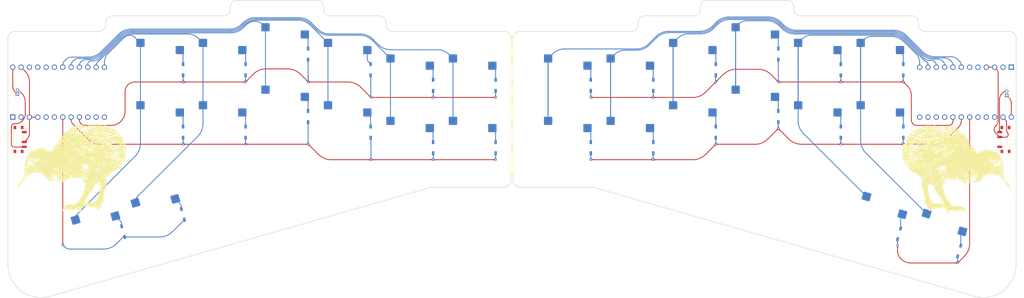
<source format=kicad_pcb>
(kicad_pcb (version 20240108) (generator "pcbnew") (generator_version "8.0")
  (layers (0 "F.Cu" signal) (31 "B.Cu" signal) (34 "B.Paste" user) (35 "F.Paste" user) (36 "B.SilkS" user "B.Silkscreen") (37 "F.SilkS" user "F.Silkscreen") (38 "B.Mask" user) (39 "F.Mask" user) (44 "Edge.Cuts" user))
  (net 0 "")
  (net 1 "COLUMN 0")
  (net 2 "COLUMN 1")
  (net 3 "COLUMN 2")
  (net 4 "COLUMN 3")
  (net 5 "COLUMN 4")
  (net 6 "COLUMN 5")
  (net 7 "Row 0")
  (net 8 "Row 1")
  (net 9 "Row 2")
  (net 10 "Net-(BT201--)")
  (net 11 "Net-(BT201-+)")
  (net 12 "Net-(BT301--)")
  (net 13 "Net-(BT301-+)")
  (net 14 "Net-(D201-A)")
  (net 15 "Net-(D202-A)")
  (net 16 "Net-(D203-A)")
  (net 17 "Net-(D204-A)")
  (net 18 "Net-(D205-A)")
  (net 19 "Net-(D206-A)")
  (net 20 "Net-(D207-A)")
  (net 21 "Net-(D208-A)")
  (net 22 "Net-(D209-A)")
  (net 23 "Net-(D210-A)")
  (net 24 "Net-(D211-A)")
  (net 25 "Net-(D212-A)")
  (net 26 "Net-(D213-A)")
  (net 27 "Net-(D214-A)")
  (net 28 "Net-(D301-A)")
  (net 29 "Net-(D302-A)")
  (net 30 "Net-(D303-A)")
  (net 31 "Net-(D304-A)")
  (net 32 "Net-(D305-A)")
  (net 33 "Net-(D306-A)")
  (net 34 "Net-(D307-A)")
  (net 35 "Net-(D308-A)")
  (net 36 "Net-(D309-A)")
  (net 37 "Net-(D310-A)")
  (net 38 "Net-(D311-A)")
  (net 39 "Net-(D312-A)")
  (net 40 "Net-(D313-A)")
  (net 41 "Net-(D314-A)")
  (net 42 "GND2")
  (net 44 "COLUMN 6")
  (net 45 "COLUMN 7")
  (net 46 "COLUMN 8")
  (net 47 "COLUMN 9")
  (net 48 "COLUMN 10")
  (net 49 "COLUMN 11")
  (net 50 "GND3")
  (net 70 "Row 3")
  (net 71 "Row 4")
  (net 72 "Row 5")
  (footprint "PCM_Switch_Keyboard_Hotswap_Kailh:SW_Hotswap_Kailh_Choc_V1" (layer "F.Cu") (at 261.6293 117.4927)
    (property "Reference" "SW203" (hide yes))
    (property "Value" "SW_Push" (hide yes))
  )
  (footprint "PCM_Switch_Keyboard_Hotswap_Kailh:SW_Hotswap_Kailh_Choc_V1" (layer "F.Cu") (at 261.6293 136.5427)
    (property "Reference" "SW209" (hide yes))
    (property "Value" "SW_Push" (hide yes))
  )
  (footprint "PCM_Switch_Keyboard_Hotswap_Kailh:SW_Hotswap_Kailh_Choc_V1" (layer "F.Cu") (at 137.3793 131.7802)
    (property "Reference" "SW310" (hide yes))
    (property "Value" "SW_Push" (hide yes))
  )
  (footprint "PCM_Switch_Keyboard_Hotswap_Kailh:SW_Hotswap_Kailh_Choc_V1" (layer "F.Cu") (at 156.4293 117.4927)
    (property "Reference" "SW303" (hide yes))
    (property "Value" "SW_Push" (hide yes))
  )
  (footprint "PCM_Switch_Keyboard_Hotswap_Kailh:SW_Hotswap_Kailh_Choc_V1" (layer "F.Cu") (at 223.5293 122.2552)
    (property "Reference" "SW201" (hide yes))
    (property "Value" "SW_Push" (hide yes))
  )
  (footprint "PCM_Switch_Keyboard_Hotswap_Kailh:SW_Hotswap_Kailh_Choc_V1" (layer "F.Cu") (at 223.5293 141.3052)
    (property "Reference" "SW207" (hide yes))
    (property "Value" "SW_Push" (hide yes))
  )
  (footprint "PCM_Switch_Keyboard_Hotswap_Kailh:SW_Hotswap_Kailh_Choc_V1" (layer "F.Cu") (at 242.5793 141.3052)
    (property "Reference" "SW208" (hide yes))
    (property "Value" "SW_Push" (hide yes))
  )
  (footprint "PCM_Switch_Keyboard_Hotswap_Kailh:SW_Hotswap_Kailh_Choc_V1" (layer "F.Cu") (at 175.4793 122.2552)
    (property "Reference" "SW302" (hide yes))
    (property "Value" "SW_Push" (hide yes))
  )
  (footprint "PCM_Switch_Keyboard_Hotswap_Kailh:SW_Hotswap_Kailh_Choc_V1" (layer "F.Cu") (at 318.7793 136.5427)
    (property "Reference" "SW212" (hide yes))
    (property "Value" "SW_Push" (hide yes))
  )
  (footprint "PCM_Switch_Keyboard_Hotswap_Kailh:SW_Hotswap_Kailh_Choc_V1" (layer "F.Cu") (at 118.3293 117.4927)
    (property "Reference" "SW305" (hide yes))
    (property "Value" "SW_Push" (hide yes))
  )
  (footprint "Button_Switch_SMD:SW_SPDT_PCM12" (layer "F.Cu") (at 58.954293 140.9802 -90)
    (property "Reference" "SW315" (hide yes))
    (property "Value" "SW_SPST" (hide yes))
  )
  (footprint "PCM_Switch_Keyboard_Hotswap_Kailh:SW_Hotswap_Kailh_Choc_V1" (layer "F.Cu") (at 318.7793 117.4927)
    (property "Reference" "SW206" (hide yes))
    (property "Value" "SW_Push" (hide yes))
  )
  (footprint "PCM_Switch_Keyboard_Hotswap_Kailh:SW_Hotswap_Kailh_Choc_V1" (layer "F.Cu") (at 137.3793 112.7302)
    (property "Reference" "SW304" (hide yes))
    (property "Value" "SW_Push" (hide yes))
  )
  (footprint "PCM_Switch_Keyboard_Hotswap_Kailh:SW_Hotswap_Kailh_Choc_V1" (layer "F.Cu") (at 156.4293 136.5427)
    (property "Reference" "SW309" (hide yes))
    (property "Value" "SW_Push" (hide yes))
  )
  (footprint "Button_Switch_SMD:SW_SPDT_PCM12" (layer "F.Cu") (at 359.104307 140.9802 90)
    (property "Reference" "SW215" (hide yes))
    (property "Value" "SW_SPST" (hide yes))
  )
  (footprint "PCM_Switch_Keyboard_Hotswap_Kailh:SW_Hotswap_Kailh_Choc_V1" (layer "F.Cu") (at 242.5793 122.2552)
    (property "Reference" "SW202" (hide yes))
    (property "Value" "SW_Push" (hide yes))
  )
  (footprint "PCM_Switch_Keyboard_Hotswap_Kailh:SW_Hotswap_Kailh_Choc_V1" (layer "F.Cu") (at 194.5293 141.3052)
    (property "Reference" "SW307" (hide yes))
    (property "Value" "SW_Push" (hide yes))
  )
  (footprint "PCM_Switch_Keyboard_Hotswap_Kailh:SW_Hotswap_Kailh_Choc_V1" (layer "F.Cu") (at 118.3293 136.5427)
    (property "Reference" "SW311" (hide yes))
    (property "Value" "SW_Push" (hide yes))
  )
  (footprint "Connector_PinHeader_1.27mm:PinHeader_2x01_P1.27mm_Vertical" (layer "F.Cu") (at 359.7793 127.5427 90)
    (property "Reference" "BT201" (hide yes))
    (property "Value" "Battery_Cell" (hide yes))
  )
  (footprint "PCM_Switch_Keyboard_Hotswap_Kailh:SW_Hotswap_Kailh_Choc_V1" (layer "F.Cu") (at 299.7293 117.4927)
    (property "Reference" "SW205" (hide yes))
    (property "Value" "SW_Push" (hide yes))
  )
  (footprint "PCM_Switch_Keyboard_Hotswap_Kailh:SW_Hotswap_Kailh_Choc_V1" (layer "F.Cu") (at 337.091335 170.354809 -16)
    (property "Reference" "SW214" (hide yes))
    (property "Value" "SW_Push" (hide yes))
  )
  (footprint "PCM_Switch_Keyboard_Hotswap_Kailh:SW_Hotswap_Kailh_Choc_V1" (layer "F.Cu") (at 99.2793 165.1177 16)
    (property "Reference" "SW313" (hide yes))
    (property "Value" "SW_Push" (hide yes))
  )
  (footprint "PCM_Switch_Keyboard_Hotswap_Kailh:SW_Hotswap_Kailh_Choc_V1" (layer "F.Cu") (at 175.4793 141.3052)
    (property "Reference" "SW308" (hide yes))
    (property "Value" "SW_Push" (hide yes))
  )
  (footprint "promicro:ProMicro-NoSilk" (layer "F.Cu") (at 70.8293 126.5427)
    (property "Reference" "U301" (hide yes))
    (property "Value" "ProMicro" (hide yes))
  )
  (footprint "PCM_Switch_Keyboard_Hotswap_Kailh:SW_Hotswap_Kailh_Choc_V1" (layer "F.Cu") (at 299.7293 136.5427)
    (property "Reference" "SW211" (hide yes))
    (property "Value" "SW_Push" (hide yes))
  )
  (footprint "PCM_Switch_Keyboard_Hotswap_Kailh:SW_Hotswap_Kailh_Choc_V1" (layer "F.Cu") (at 99.2793 136.5427)
    (property "Reference" "SW312" (hide yes))
    (property "Value" "SW_Push" (hide yes))
  )
  (footprint "PCM_Switch_Keyboard_Hotswap_Kailh:SW_Hotswap_Kailh_Choc_V1" (layer "F.Cu") (at 280.6793 131.7802)
    (property "Reference" "SW210" (hide yes))
    (property "Value" "SW_Push" (hide yes))
  )
  (footprint "Connector_PinHeader_1.27mm:PinHeader_2x01_P1.27mm_Vertical" (layer "F.Cu") (at 58.279293 127.1677 90)
    (property "Reference" "BT301" (hide yes))
    (property "Value" "Battery_Cell" (hide yes))
  )
  (footprint "graphics:kiwi" (layer "F.Cu") (at 346.3503 152.199831 180)
    (property "Reference" "G***" (hide yes))
    (property "Value" "LOGO" (hide yes))
  )
  (footprint "PCM_Switch_Keyboard_Hotswap_Kailh:SW_Hotswap_Kailh_Choc_V1" (layer "F.Cu") (at 81.015328 170.35481 16)
    (property "Reference" "SW314" (hide yes))
    (property "Value" "SW_Push" (hide yes))
  )
  (footprint "graphics:kiwi" (layer "F.Cu") (at 76.280301 151.782331 180)
    (property "Reference" "G***" (hide yes))
    (property "Value" "LOGO" (hide yes))
  )
  (footprint "PCM_Switch_Keyboard_Hotswap_Kailh:SW_Hotswap_Kailh_Choc_V1" (layer "F.Cu") (at 318.7793 165.1177 -16)
    (property "Reference" "SW213" (hide yes))
    (property "Value" "SW_Push" (hide yes))
  )
  (footprint "PCM_Switch_Keyboard_Hotswap_Kailh:SW_Hotswap_Kailh_Choc_V1" (layer "F.Cu") (at 194.5293 122.2552)
    (property "Reference" "SW301" (hide yes))
    (property "Value" "SW_Push" (hide yes))
  )
  (footprint "promicro:ProMicro-NoSilk" (layer "F.Cu") (at 347.2293 126.5427 180)
    (property "Reference" "U201" (hide yes))
    (property "Value" "ProMicro" (hide yes))
  )
  (footprint "PCM_Switch_Keyboard_Hotswap_Kailh:SW_Hotswap_Kailh_Choc_V1" (layer "F.Cu") (at 280.6793 112.7302)
    (property "Reference" "SW204" (hide yes))
    (property "Value" "SW_Push" (hide yes))
  )
  (footprint "PCM_Switch_Keyboard_Hotswap_Kailh:SW_Hotswap_Kailh_Choc_V1" (layer "F.Cu") (at 99.2793 117.4927)
    (property "Reference" "SW306" (hide yes))
    (property "Value" "SW_Push" (hide yes))
  )
  (footprint "1N4148W:SOD3716X145N" (layer "B.Cu") (at 252.0793 143.5052 90)
    (property "Reference" "D208" (hide yes))
    (property "Value" "D" (hide yes))
  )
  (footprint "1N4148W:SOD3716X145N" (layer "B.Cu") (at 328.2793 119.6927 90)
    (property "Reference" "D206" (hide yes))
    (property "Value" "D" (hide yes))
  )
  (footprint "1N4148W:SOD3716X145N" (layer "B.Cu") (at 165.9293 138.7427 90)
    (property "Reference" "D309" (hide yes))
    (property "Value" "D" (hide yes))
  )
  (footprint "1N4148W:SOD3716X145N" (layer "B.Cu") (at 204.0293 124.4552 90)
    (property "Reference" "D301" (hide yes))
    (property "Value" "D" (hide yes))
  )
  (footprint "1N4148W:SOD3716X145N" (layer "B.Cu") (at 146.8793 133.9802 90)
    (property "Reference" "D310" (hide yes))
    (property "Value" "D" (hide yes))
  )
  (footprint "1N4148W:SOD3716X145N" (layer "B.Cu") (at 108.7793 138.7427 90)
    (property "Reference" "D312" (hide yes))
    (property "Value" "D" (hide yes))
  )
  (footprint "1N4148W:SOD3716X145N" (layer "B.Cu") (at 309.2293 138.7427 90)
    (property "Reference" "D211" (hide yes))
    (property "Value" "D" (hide yes))
  )
  (footprint "1N4148W:SOD3716X145N" (layer "B.Cu") (at 233.0293 124.4552 90)
    (property "Reference" "D201" (hide yes))
    (property "Value" "D" (hide yes))
  )
  (footprint "1N4148W:SOD3716X145N" (layer "B.Cu") (at 271.1293 119.6927 90)
    (property "Reference" "D203" (hide yes))
    (property "Value" "D" (hide yes))
  )
  (footprint "1N4148W:SOD3716X145N" (layer "B.Cu") (at 90.515328 169.10481 106)
    (property "Reference" "D314" (hide yes))
    (property "Value" "D" (hide yes))
  )
  (footprint "1N4148W:SOD3716X145N" (layer "B.Cu") (at 146.8793 114.9302 90)
    (property "Reference" "D304" (hide yes))
    (property "Value" "D" (hide yes))
  )
  (footprint "1N4148W:SOD3716X145N" (layer "B.Cu") (at 252.0793 124.4552 90)
    (property "Reference" "D202" (hide yes))
    (property "Value" "D" (hide yes))
  )
  (footprint "1N4148W:SOD3716X145N" (layer "B.Cu") (at 127.8293 119.6927 90)
    (property "Reference" "D305" (hide yes))
    (property "Value" "D" (hide yes))
  )
  (footprint "1N4148W:SOD3716X145N" (layer "B.Cu") (at 309.2293 119.6927 90)
    (property "Reference" "D205" (hide yes))
    (property "Value" "D" (hide yes))
  )
  (footprint "1N4148W:SOD3716X145N" (layer "B.Cu") (at 165.9293 119.6927 90)
    (property "Reference" "D303" (hide yes))
    (property "Value" "D" (hide yes))
  )
  (footprint "1N4148W:SOD3716X145N" (layer "B.Cu") (at 108.715328 163.85481 106)
    (property "Reference" "D313" (hide yes))
    (property "Value" "D" (hide yes))
  )
  (footprint "1N4148W:SOD3716X145N" (layer "B.Cu") (at 233.0293 143.5052 90)
    (property "Reference" "D207" (hide yes))
    (property "Value" "D" (hide yes))
  )
  (footprint "1N4148W:SOD3716X145N" (layer "B.Cu") (at 127.8293 138.7427 90)
    (property "Reference" "D311" (hide yes))
    (property "Value" "D" (hide yes))
  )
  (footprint "1N4148W:SOD3716X145N" (layer "B.Cu") (at 184.9793 124.4552 90)
    (property "Reference" "D302" (hide yes))
    (property "Value" "D" (hide yes))
  )
  (footprint "1N4148W:SOD3716X145N" (layer "B.Cu") (at 204.0293 143.5052 90)
    (property "Reference" "D307" (hide yes))
    (property "Value" "D" (hide yes))
  )
  (footprint "1N4148W:SOD3716X145N" (layer "B.Cu") (at 271.1293 138.7427 90)
    (property "Reference" "D209" (hide yes))
    (property "Value" "D" (hide yes))
  )
  (footprint "1N4148W:SOD3716X145N" (layer "B.Cu") (at 326.997446 169.807823 74)
    (property "Reference" "D213" (hide yes))
    (property "Value" "D" (hide yes))
  )
  (footprint "1N4148W:SOD3716X145N" (layer "B.Cu") (at 108.7793 119.6927 90)
    (property "Reference" "D306" (hide yes))
    (property "Value" "D" (hide yes))
  )
  (footprint "1N4148W:SOD3716X145N" (layer "B.Cu") (at 290.1793 133.9802 90)
    (property "Reference" "D210" (hide yes))
    (property "Value" "D" (hide yes))
  )
  (footprint "1N4148W:SOD3716X145N" (layer "B.Cu") (at 345.309481 175.044932 74)
    (property "Reference" "D214" (hide yes))
    (property "Value" "D" (hide yes))
  )
  (footprint "1N4148W:SOD3716X145N" (layer "B.Cu") (at 184.9793 143.5052 90)
    (property "Reference" "D308" (hide yes))
    (property "Value" "D" (hide yes))
  )
  (footprint "1N4148W:SOD3716X145N" (layer "B.Cu") (at 328.2793 138.7427 90)
    (property "Reference" "D212" (hide yes))
    (property "Value" "D" (hide yes))
  )
  (footprint "1N4148W:SOD3716X145N" (layer "B.Cu") (at 290.1793 114.9302 90)
    (property "Reference" "D204" (hide yes))
    (property "Value" "D" (hide yes))
  )
  (gr_rect (start 208.6293 110.0052) (end 209.4293 153.5552) (stroke (width 0.1)) (fill none) (layer "F.SilkS"))
  (gr_line (start 55.3793 110.0427) (end 55.3793 179.239583) (stroke (width 0.15)) (layer "Edge.Cuts"))
  (gr_line (start 362.6793 110.0427) (end 362.6793 179.239583) (stroke (width 0.15)) (layer "Edge.Cuts"))
  (gr_line (start 85.1293 106.0427) (end 85.1293 105.2427) (stroke (width 0.15)) (layer "Edge.Cuts"))
  (gr_line (start 296.9293 103.2427) (end 330.9293 103.2427) (stroke (width 0.15)) (layer "Edge.Cuts"))
  (gr_arc (start 149.6293 98.4802) (mid 151.043525 99.065983) (end 151.6293 100.4802) (stroke (width 0.15)) (layer "Edge.Cuts"))
  (gr_arc (start 266.4293 101.2427) (mid 265.843526 102.656933) (end 264.4293 103.2427) (stroke (width 0.15)) (layer "Edge.Cuts"))
  (gr_arc (start 208.6293 153.5552) (mid 208.04352 154.969423) (end 206.6293 155.5552) (stroke (width 0.15)) (layer "Edge.Cuts"))
  (gr_arc (start 266.4293 100.4802) (mid 267.015099 99.066006) (end 268.4293 98.4802) (stroke (width 0.15)) (layer "Edge.Cuts"))
  (gr_line (start 57.3793 108.0427) (end 83.1293 108.0427) (stroke (width 0.15)) (layer "Edge.Cuts"))
  (gr_arc (start 330.9293 103.2427) (mid 332.343501 103.828485) (end 332.9293 105.2427) (stroke (width 0.15)) (layer "Edge.Cuts"))
  (gr_arc (start 85.1293 106.0427) (mid 84.543508 107.456908) (end 83.1293 108.0427) (stroke (width 0.15)) (layer "Edge.Cuts"))
  (gr_line (start 264.4293 103.2427) (end 249.4293 103.2427) (stroke (width 0.15)) (layer "Edge.Cuts"))
  (gr_line (start 121.1293 103.2427) (end 87.1293 103.2427) (stroke (width 0.15)) (layer "Edge.Cuts"))
  (gr_line (start 170.6293 105.2427) (end 170.6293 106.0052) (stroke (width 0.15)) (layer "Edge.Cuts"))
  (gr_line (start 208.6293 153.5552) (end 209.4293 153.5552) (stroke (width 0.15)) (layer "Edge.Cuts"))
  (gr_arc (start 123.1293 101.2427) (mid 122.543508 102.656908) (end 121.1293 103.2427) (stroke (width 0.15)) (layer "Edge.Cuts"))
  (gr_arc (start 55.3793 110.0427) (mid 55.965082 108.628482) (end 57.3793 108.0427) (stroke (width 0.15)) (layer "Edge.Cuts"))
  (gr_arc (start 206.6293 108.0052) (mid 208.043525 108.590983) (end 208.6293 110.0052) (stroke (width 0.15)) (layer "Edge.Cuts"))
  (gr_arc (start 362.6793 179.239583) (mid 358.699016 187.224806) (end 349.926658 188.853269) (stroke (width 0.15)) (layer "Edge.Cuts"))
  (gr_line (start 247.4293 105.2427) (end 247.4293 106.0052) (stroke (width 0.15)) (layer "Edge.Cuts"))
  (gr_arc (start 184.15587 155.632677) (mid 184.4288 155.574674) (end 184.707145 155.5552) (stroke (width 0.15)) (layer "Edge.Cuts"))
  (gr_arc (start 247.4293 105.2427) (mid 248.015099 103.828506) (end 249.4293 103.2427) (stroke (width 0.15)) (layer "Edge.Cuts"))
  (gr_arc (start 292.9293 98.4802) (mid 294.343501 99.065985) (end 294.9293 100.4802) (stroke (width 0.15)) (layer "Edge.Cuts"))
  (gr_arc (start 296.9293 103.2427) (mid 295.515074 102.656912) (end 294.9293 101.2427) (stroke (width 0.15)) (layer "Edge.Cuts"))
  (gr_line (start 206.6293 155.5552) (end 184.707145 155.5552) (stroke (width 0.15)) (layer "Edge.Cuts"))
  (gr_arc (start 209.4293 110.0052) (mid 210.015099 108.591006) (end 211.4293 108.0052) (stroke (width 0.15)) (layer "Edge.Cuts"))
  (gr_line (start 294.9293 101.2427) (end 294.9293 100.4802) (stroke (width 0.15)) (layer "Edge.Cuts"))
  (gr_line (start 266.4293 100.4802) (end 266.4293 101.2427) (stroke (width 0.15)) (layer "Edge.Cuts"))
  (gr_arc (start 153.6293 103.2427) (mid 152.215098 102.65691) (end 151.6293 101.2427) (stroke (width 0.15)) (layer "Edge.Cuts"))
  (gr_arc (start 85.1293 105.2427) (mid 85.71508 103.828481) (end 87.1293 103.2427) (stroke (width 0.15)) (layer "Edge.Cuts"))
  (gr_arc (start 123.1293 100.4802) (mid 123.71508 99.065981) (end 125.1293 98.4802) (stroke (width 0.15)) (layer "Edge.Cuts"))
  (gr_line (start 206.6293 108.0052) (end 172.6293 108.0052) (stroke (width 0.15)) (layer "Edge.Cuts"))
  (gr_arc (start 247.4293 106.0052) (mid 246.843526 107.419433) (end 245.4293 108.0052) (stroke (width 0.15)) (layer "Edge.Cuts"))
  (gr_line (start 184.15587 155.632677) (end 68.131942 188.853269) (stroke (width 0.15)) (layer "Edge.Cuts"))
  (gr_arc (start 168.6293 103.2427) (mid 170.043525 103.828483) (end 170.6293 105.2427) (stroke (width 0.15)) (layer "Edge.Cuts"))
  (gr_line (start 125.1293 98.4802) (end 149.6293 98.4802) (stroke (width 0.15)) (layer "Edge.Cuts"))
  (gr_arc (start 68.131942 188.853269) (mid 59.359584 187.224791) (end 55.3793 179.239583) (stroke (width 0.15)) (layer "Edge.Cuts"))
  (gr_line (start 153.6293 103.2427) (end 168.6293 103.2427) (stroke (width 0.15)) (layer "Edge.Cuts"))
  (gr_arc (start 334.9293 108.0427) (mid 333.515074 107.456912) (end 332.9293 106.0427) (stroke (width 0.15)) (layer "Edge.Cuts"))
  (gr_line (start 208.6293 110.0052) (end 209.4293 110.0052) (stroke (width 0.15)) (layer "Edge.Cuts"))
  (gr_line (start 233.90273 155.632677) (end 349.926658 188.853269) (stroke (width 0.15)) (layer "Edge.Cuts"))
  (gr_arc (start 233.351455 155.5552) (mid 233.629802 155.574663) (end 233.90273 155.632677) (stroke (width 0.15)) (layer "Edge.Cuts"))
  (gr_line (start 211.4293 155.5552) (end 233.351455 155.5552) (stroke (width 0.15)) (layer "Edge.Cuts"))
  (gr_line (start 211.4293 108.0052) (end 245.4293 108.0052) (stroke (width 0.15)) (layer "Edge.Cuts"))
  (gr_line (start 123.1293 101.2427) (end 123.1293 100.4802) (stroke (width 0.15)) (layer "Edge.Cuts"))
  (gr_line (start 332.9293 106.0427) (end 332.9293 105.2427) (stroke (width 0.15)) (layer "Edge.Cuts"))
  (gr_arc (start 360.6793 108.0427) (mid 362.093501 108.628485) (end 362.6793 110.0427) (stroke (width 0.15)) (layer "Edge.Cuts"))
  (gr_line (start 360.6793 108.0427) (end 334.9293 108.0427) (stroke (width 0.15)) (layer "Edge.Cuts"))
  (gr_line (start 292.9293 98.4802) (end 268.4293 98.4802) (stroke (width 0.15)) (layer "Edge.Cuts"))
  (gr_arc (start 172.6293 108.0052) (mid 171.215098 107.41941) (end 170.6293 106.0052) (stroke (width 0.15)) (layer "Edge.Cuts"))
  (gr_line (start 151.6293 100.4802) (end 151.6293 101.2427) (stroke (width 0.15)) (layer "Edge.Cuts"))
  (gr_arc (start 211.4293 155.5552) (mid 210.015074 154.969412) (end 209.4293 153.5552) (stroke (width 0.15)) (layer "Edge.Cuts"))
  (gr_text "V-CUT" (at 209.0293 116.5552 90) (layer "F.SilkS") (effects (font (size 0.5 0.5) (thickness 0.125))))
  (gr_text "V-CUT" (at 209.0293 129.5552 90) (layer "F.SilkS") (effects (font (size 0.5 0.5) (thickness 0.125))))
  (gr_text "V-CUT" (at 209.0293 111.5552 90) (layer "F.SilkS") (effects (font (size 0.5 0.5) (thickness 0.125))))
  (gr_text "V-CUT" (at 209.0293 152.0052 90) (layer "F.SilkS") (effects (font (size 0.5 0.5) (thickness 0.125))))
  (gr_text "V-CUT" (at 209.0293 143.5552 90) (layer "F.SilkS") (effects (font (size 0.5 0.5) (thickness 0.125))))
  (gr_text "V-CUT" (at 209.0293 136.5552 90) (layer "F.SilkS") (effects (font (size 0.5 0.5) (thickness 0.125))))
  (gr_text "V-CUT" (at 209.0293 123.5552 90) (layer "F.SilkS") (effects (font (size 0.5 0.5) (thickness 0.125))))
  (segment (start 252.902006 109.569992) (end 250.712592 111.759407) (width 0.25) (layer "B.Cu") (net 1))
  (segment (start 220.0293 116.2552) (end 220.0293 135.3052) (width 0.25) (layer "B.Cu") (net 1))
  (segment (start 345.9593 118.2822) (end 345.9593 118.9227) (width 0.25) (layer "B.Cu") (net 1))
  (segment (start 342.664583 115.7117) (end 337.952263 115.7117) (width 0.25) (layer "B.Cu") (net 1))
  (segment (start 220.0293 116.2552) (end 221.4803 114.8042) (width 0.25) (layer "B.Cu") (net 1))
  (segment (start 270.089592 106.382406) (end 271.279007 105.192992) (width 0.25) (layer "B.Cu") (net 1))
  (segment (start 220.0293 116.2552) (end 220.0293 135.3052) (width 0.25) (layer "B.Cu") (net 1))
  (segment (start 290.979592 105.192992) (end 291.835507 106.048907) (width 0.25) (layer "B.Cu") (net 1))
  (segment (start 287.131836 103.5992) (end 275.126763 103.5992) (width 0.25) (layer "B.Cu") (net 1))
  (segment (start 295.683263 107.6427) (end 325.375336 107.6427) (width 0.25) (layer "B.Cu") (net 1))
  (segment (start 334.104507 114.117907) (end 329.223092 109.236492) (width 0.25) (layer "B.Cu") (net 1))
  (segment (start 224.983323 113.3532) (end 246.864836 113.3532) (width 0.25) (layer "B.Cu") (net 1))
  (segment (start 266.241836 107.9762) (end 256.749763 107.9762) (width 0.25) (layer "B.Cu") (net 1))
  (segment (start 345.506398 117.188798) (end 344.9943 116.6767) (width 0.25) (layer "B.Cu") (net 1))
  (arc (start 345.506398 117.188798) (mid 345.841594 117.690455) (end 345.9593 118.2822) (width 0.25) (layer "B.Cu") (net 1))
  (arc (start 329.223092 109.236492) (mid 327.457726 108.056913) (end 325.375336 107.6427) (width 0.25) (layer "B.Cu") (net 1))
  (arc (start 256.749763 107.9762) (mid 254.667372 108.390413) (end 252.902006 109.569992) (width 0.25) (layer "B.Cu") (net 1))
  (arc (start 291.835507 106.048907) (mid 293.600872 107.228486) (end 295.683263 107.6427) (width 0.25) (layer "B.Cu") (net 1))
  (arc (start 334.104507 114.117907) (mid 335.869872 115.297486) (end 337.952263 115.7117) (width 0.25) (layer "B.Cu") (net 1))
  (arc (start 344.9943 116.6767) (mid 343.925416 115.962495) (end 342.664583 115.7117) (width 0.25) (layer "B.Cu") (net 1))
  (arc (start 275.126763 103.5992) (mid 273.044372 104.013413) (end 271.279007 105.192992) (width 0.25) (layer "B.Cu") (net 1))
  (arc (start 224.983323 113.3532) (mid 223.0875 113.730302) (end 221.4803 114.8042) (width 0.25) (layer "B.Cu") (net 1))
  (arc (start 290.979592 105.192992) (mid 289.214226 104.013413) (end 287.131836 103.5992) (width 0.25) (layer "B.Cu") (net 1))
  (arc (start 250.712592 111.759407) (mid 248.947226 112.938986) (end 246.864836 113.3532) (width 0.25) (layer "B.Cu") (net 1))
  (arc (start 270.089592 106.382406) (mid 268.324226 107.561986) (end 266.241836 107.9762) (width 0.25) (layer "B.Cu") (net 1))
  (segment (start 266.397994 108.3532) (end 256.905921 108.3532) (width 0.25) (layer "B.Cu") (net 2))
  (segment (start 340.783527 116.0887) (end 337.796105 116.0887) (width 0.25) (layer "B.Cu") (net 2))
  (segment (start 240.3418 114.9927) (end 239.0793 116.2552) (width 0.25) (layer "B.Cu") (net 2))
  (segment (start 271.435164 105.569992) (end 270.24575 106.759407) (width 0.25) (layer "B.Cu") (net 2))
  (segment (start 329.066934 109.613492) (end 333.948349 114.494907) (width 0.25) (layer "B.Cu") (net 2))
  (segment (start 239.0793 135.3052) (end 239.0793 116.2552) (width 0.25) (layer "B.Cu") (net 2))
  (segment (start 275.282921 103.9762) (end 286.975678 103.9762) (width 0.25) (layer "B.Cu") (net 2))
  (segment (start 343.4193 118.2777) (end 343.4193 118.9227) (width 0.25) (layer "B.Cu") (net 2))
  (segment (start 295.527105 108.0197) (end 325.219178 108.0197) (width 0.25) (layer "B.Cu") (net 2))
  (segment (start 342.963216 117.176616) (end 342.6473 116.8607) (width 0.25) (layer "B.Cu") (net 2))
  (segment (start 291.679349 106.425907) (end 290.823434 105.569992) (width 0.25) (layer "B.Cu") (net 2))
  (segment (start 239.0793 135.3052) (end 239.0793 116.2552) (width 0.25) (layer "B.Cu") (net 2))
  (segment (start 250.86875 112.136407) (end 253.058165 109.946992) (width 0.25) (layer "B.Cu") (net 2))
  (segment (start 247.020994 113.7302) (end 243.389744 113.7302) (width 0.25) (layer "B.Cu") (net 2))
  (arc (start 256.905921 108.3532) (mid 254.82353 108.767413) (end 253.058165 109.946992) (width 0.25) (layer "B.Cu") (net 2))
  (arc (start 270.24575 106.759407) (mid 268.480384 107.938986) (end 266.397994 108.3532) (width 0.25) (layer "B.Cu") (net 2))
  (arc (start 342.963216 117.176616) (mid 343.300767 117.681797) (end 343.4193 118.2777) (width 0.25) (layer "B.Cu") (net 2))
  (arc (start 275.282921 103.9762) (mid 273.20053 104.390413) (end 271.435164 105.569992) (width 0.25) (layer "B.Cu") (net 2))
  (arc (start 243.389744 113.7302) (mid 241.740208 114.058313) (end 240.3418 114.9927) (width 0.25) (layer "B.Cu") (net 2))
  (arc (start 329.066934 109.613492) (mid 327.301568 108.433913) (end 325.219178 108.0197) (width 0.25) (layer "B.Cu") (net 2))
  (arc (start 250.86875 112.136407) (mid 249.103384 113.315986) (end 247.020994 113.7302) (width 0.25) (layer "B.Cu") (net 2))
  (arc (start 291.679349 106.425907) (mid 293.444714 107.605486) (end 295.527105 108.0197) (width 0.25) (layer "B.Cu") (net 2))
  (arc (start 290.823434 105.569992) (mid 289.058068 104.390413) (end 286.975678 103.9762) (width 0.25) (layer "B.Cu") (net 2))
  (arc (start 342.6473 116.8607) (mid 341.792193 116.289336) (end 340.783527 116.0887) (width 0.25) (layer "B.Cu") (net 2))
  (arc (start 333.948349 114.494907) (mid 335.713714 115.674486) (end 337.796105 116.0887) (width 0.25) (layer "B.Cu") (net 2))
  (segment (start 259.51055 110.11145) (end 258.1293 111.4927) (width 0.25) (layer "B.Cu") (net 3))
  (segment (start 291.523191 106.802907) (end 290.667276 105.946992) (width 0.25) (layer "B.Cu") (net 3))
  (segment (start 258.1293 111.4927) (end 258.1293 130.5427) (width 0.25) (layer "B.Cu") (net 3))
  (segment (start 295.370947 108.3967) (end 325.06302 108.3967) (width 0.25) (layer "B.Cu") (net 3))
  (segment (start 262.845182 108.7302) (end 266.554152 108.7302) (width 0.25) (layer "B.Cu") (net 3))
  (segment (start 340.444429 117.257829) (end 340.2658 117.0792) (width 0.25) (layer "B.Cu") (net 3))
  (segment (start 340.8793 118.3077) (end 340.8793 118.9227) (width 0.25) (layer "B.Cu") (net 3))
  (segment (start 275.439079 104.3532) (end 286.81952 104.3532) (width 0.25) (layer "B.Cu") (net 3))
  (segment (start 338.784679 116.4657) (end 337.519142 116.4657) (width 0.25) (layer "B.Cu") (net 3))
  (segment (start 333.877613 114.957329) (end 328.910776 109.990492) (width 0.25) (layer "B.Cu") (net 3))
  (segment (start 258.1293 111.4927) (end 258.1293 130.5427) (width 0.25) (layer "B.Cu") (net 3))
  (segment (start 271.591322 105.946992) (end 270.401908 107.136407) (width 0.25) (layer "B.Cu") (net 3))
  (arc (start 290.667276 105.946992) (mid 288.90191 104.767413) (end 286.81952 104.3532) (width 0.25) (layer "B.Cu") (net 3))
  (arc (start 328.910776 109.990492) (mid 327.14541 108.810913) (end 325.06302 108.3967) (width 0.25) (layer "B.Cu") (net 3))
  (arc (start 291.523191 106.802907) (mid 293.288556 107.982486) (end 295.370947 108.3967) (width 0.25) (layer "B.Cu") (net 3))
  (arc (start 333.877613 114.957329) (mid 335.54836 116.073687) (end 337.519142 116.4657) (width 0.25) (layer "B.Cu") (net 3))
  (arc (start 262.845182 108.7302) (mid 261.040492 109.089175) (end 259.51055 110.11145) (width 0.25) (layer "B.Cu") (net 3))
  (arc (start 340.444429 117.257829) (mid 340.76628 117.739514) (end 340.8793 118.3077) (width 0.25) (layer "B.Cu") (net 3))
  (arc (start 275.439079 104.3532) (mid 273.356688 104.767413) (end 271.591322 105.946992) (width 0.25) (layer "B.Cu") (net 3))
  (arc (start 340.2658 117.0792) (mid 339.586256 116.625143) (end 338.784679 116.4657) (width 0.25) (layer "B.Cu") (net 3))
  (arc (start 270.401908 107.136407) (mid 268.636542 108.315986) (end 266.554152 108.7302) (width 0.25) (layer "B.Cu") (net 3))
  (segment (start 290.511118 106.323992) (end 291.367033 107.179907) (width 0.25) (layer "B.Cu") (net 4))
  (segment (start 336.825096 116.8657) (end 336.352563 116.8657) (width 0.25) (layer "B.Cu") (net 4))
  (segment (start 278.1793 105.7302) (end 277.1793 106.7302) (width 0.25) (layer "B.Cu") (net 4))
  (segment (start 280.593513 104.7302) (end 286.663362 104.7302) (width 0.25) (layer "B.Cu") (net 4))
  (segment (start 337.8958 117.3092) (end 337.925642 117.339042) (width 0.25) (layer "B.Cu") (net 4))
  (segment (start 277.1793 106.7302) (end 277.1793 125.7802) (width 0.25) (layer "B.Cu") (net 4))
  (segment (start 277.1793 106.7302) (end 277.1793 125.7802) (width 0.25) (layer "B.Cu") (net 4))
  (segment (start 324.906862 108.7737) (end 295.214789 108.7737) (width 0.25) (layer "B.Cu") (net 4))
  (segment (start 328.754618 110.367492) (end 334.475194 116.088068) (width 0.25) (layer "B.Cu") (net 4))
  (segment (start 338.3393 118.3377) (end 338.3393 118.9227) (width 0.25) (layer "B.Cu") (net 4))
  (arc (start 280.593513 104.7302) (mid 279.28695 104.990091) (end 278.1793 105.7302) (width 0.25) (layer "B.Cu") (net 4))
  (arc (start 291.367033 107.179907) (mid 293.132398 108.359486) (end 295.214789 108.7737) (width 0.25) (layer "B.Cu") (net 4))
  (arc (start 334.475194 116.088068) (mid 335.336538 116.6636) (end 336.352563 116.8657) (width 0.25) (layer "B.Cu") (net 4))
  (arc (start 290.511118 106.323992) (mid 288.745752 105.144413) (end 286.663362 104.7302) (width 0.25) (layer "B.Cu") (net 4))
  (arc (start 337.8958 117.3092) (mid 337.404556 116.980961) (end 336.825096 116.8657) (width 0.25) (layer "B.Cu") (net 4))
  (arc (start 337.925642 117.339042) (mid 338.231793 117.79723) (end 338.3393 118.3377) (width 0.25) (layer "B.Cu") (net 4))
  (arc (start 328.754618 110.367492) (mid 326.989252 109.187913) (end 324.906862 108.7737) (width 0.25) (layer "B.Cu") (net 4))
  (segment (start 296.2293 111.4927) (end 296.2293 130.5427) (width 0.25) (layer "B.Cu") (net 5))
  (segment (start 296.2293 111.4927) (end 296.2293 130.5427) (width 0.25) (layer "B.Cu") (net 5))
  (segment (start 296.2293 135.292027) (end 296.2293 130.5427) (width 0.25) (layer "B.Cu") (net 5))
  (segment (start 335.546903 117.360303) (end 335.6143 117.4277) (width 0.25) (layer "B.Cu") (net 5))
  (segment (start 335.7993 117.874329) (end 335.7993 118.9227) (width 0.25) (layer "B.Cu") (net 5))
  (segment (start 324.750704 109.1507) (end 300.227344 109.1507) (width 0.25) (layer "B.Cu") (net 5))
  (segment (start 328.59846 110.744492) (end 334.979064 117.125096) (width 0.25) (layer "B.Cu") (net 5))
  (segment (start 297.823092 139.139783) (end 317.068708 158.385399) (width 0.25) (layer "B.Cu") (net 5))
  (segment (start 297.4003 110.3217) (end 296.2293 111.4927) (width 0.25) (layer "B.Cu") (net 5))
  (arc (start 335.6143 117.4277) (mid 335.75122 117.632615) (end 335.7993 117.874329) (width 0.25) (layer "B.Cu") (net 5))
  (arc (start 328.59846 110.744492) (mid 326.833094 109.564913) (end 324.750704 109.1507) (width 0.25) (layer "B.Cu") (net 5))
  (arc (start 335.546903 117.360303) (mid 335.416639 117.273264) (end 335.262984 117.2427) (width 0.25) (layer "B.Cu") (net 5))
  (arc (start 334.979064 117.125096) (mid 335.109327 117.212135) (end 335.262984 117.2427) (width 0.25) (layer "B.Cu") (net 5))
  (arc (start 296.2293 135.292027) (mid 296.643513 137.374417) (end 297.823092 139.139783) (width 0.25) (layer "B.Cu") (net 5))
  (arc (start 300.227344 109.1507) (mid 298.697358 109.455032) (end 297.4003 110.3217) (width 0.25) (layer "B.Cu") (net 5))
  (segment (start 333.2593 117.430595) (end 333.2593 118.9227) (width 0.25) (layer "B.Cu") (net 6))
  (segment (start 318.633764 109.5277) (end 324.594546 109.5277) (width 0.25) (layer "B.Cu") (net 6))
  (segment (start 315.2793 111.4927) (end 315.2793 130.5427) (width 0.25) (layer "B.Cu") (net 6))
  (segment (start 315.2793 111.4927) (end 316.2618 110.5102) (width 0.25) (layer "B.Cu") (net 6))
  (segment (start 332.204222 114.883412) (end 328.442302 111.121492) (width 0.25) (layer "B.Cu") (net 6))
  (segment (start 315.2793 111.4927) (end 315.2793 130.5427) (width 0.25) (layer "B.Cu") (net 6))
  (segment (start 315.2793 141.267101) (end 315.2793 130.5427) (width 0.25) (layer "B.Cu") (net 6))
  (segment (start 316.873092 145.114857) (end 335.380743 163.622508) (width 0.25) (layer "B.Cu") (net 6))
  (arc (start 332.204222 114.883412) (mid 332.985094 116.052069) (end 333.2593 117.430595) (width 0.25) (layer "B.Cu") (net 6))
  (arc (start 315.2793 141.267101) (mid 315.693513 143.349491) (end 316.873092 145.114857) (width 0.25) (layer "B.Cu") (net 6))
  (arc (start 328.442302 111.121492) (mid 326.676936 109.941913) (end 324.594546 109.5277) (width 0.25) (layer "B.Cu") (net 6))
  (arc (start 318.633764 109.5277) (mid 317.350066 109.783043) (end 316.2618 110.5102) (width 0.25) (layer "B.Cu") (net 6))
  (segment (start 284.087855 119.555219) (end 277.270744 119.555219) (width 0.25) (layer "F.Cu") (net 7))
  (segment (start 328.2793 123.3927) (end 328.2543 123.4177) (width 0.25) (layer "F.Cu") (net 7))
  (segment (start 271.1293 123.4427) (end 268.010592 126.561407) (width 0.25) (layer "F.Cu") (net 7))
  (segment (start 287.935611 121.149011) (end 290.2293 123.4427) (width 0.25) (layer "F.Cu") (net 7))
  (segment (start 330.7293 134.985593) (end 330.7293 127.575111) (width 0.25) (layer "F.Cu") (net 7))
  (segment (start 343.4193 135.42944) (end 343.4193 134.1627) (width 0.25) (layer "F.Cu") (net 7))
  (segment (start 328.193944 123.4427) (end 309.2293 123.4427) (width 0.25) (layer "F.Cu") (net 7))
  (segment (start 252.0293 128.1552) (end 233.0293 128.1552) (width 0.25) (layer "F.Cu") (net 7))
  (segment (start 342.15604 136.6927) (end 332.436406 136.6927) (width 0.25) (layer "F.Cu") (net 7))
  (segment (start 271.1293 123.4427) (end 273.422988 121.149011) (width 0.25) (layer "F.Cu") (net 7))
  (segment (start 309.2293 123.4427) (end 290.2293 123.4427) (width 0.25) (layer "F.Cu") (net 7))
  (segment (start 252.0293 128.1552) (end 264.162836 128.1552) (width 0.25) (layer "F.Cu") (net 7))
  (segment (start 328.2793 123.3927) (end 329.5043 124.6177) (width 0.25) (layer "F.Cu") (net 7))
  (via micro (at 252.0293 128.1552) (size 0.6858) (drill 0.3302) (layers "F.Cu" "B.Cu") (net 7))
  (via micro (at 309.2293 123.4427) (size 0.6858) (drill 0.3302) (layers "F.Cu" "B.Cu") (net 7))
  (via micro (at 233.0293 128.1552) (size 0.6858) (drill 0.3302) (layers "F.Cu" "B.Cu") (net 7))
  (via micro (at 290.2293 123.4427) (size 0.6858) (drill 0.3302) (layers "F.Cu" "B.Cu") (net 7))
  (via micro (at 271.1293 123.4427) (size 0.6858) (drill 0.3302) (layers "F.Cu" "B.Cu") (net 7))
  (via micro (at 328.2793 123.3927) (size 0.6858) (drill 0.3302) (layers "F.Cu" "B.Cu") (net 7))
  (arc (start 277.270744 119.555219) (mid 275.188353 119.969432) (end 273.422988 121.149011) (width 0.25) (layer "F.Cu") (net 7))
  (arc (start 287.935611 121.149011) (mid 286.170245 119.969432) (end 284.087855 119.555219) (width 0.25) (layer "F.Cu") (net 7))
  (arc (start 343.4193 135.42944) (mid 343.32314 135.912869) (end 343.0493 136.3227) (width 0.25) (layer "F.Cu") (net 7))
  (arc (start 329.5043 124.6177) (mid 330.410932 125.974571) (end 330.7293 127.575111) (width 0.25) (layer "F.Cu") (net 7))
  (arc (start 328.2543 123.4177) (mid 328.226608 123.436202) (end 328.193944 123.4427) (width 0.25) (layer "F.Cu") (net 7))
  (arc (start 343.0493 136.3227) (mid 342.639469 136.59654) (end 342.15604 136.6927) (width 0.25) (layer "F.Cu") (net 7))
  (arc (start 331.2293 136.1927) (mid 331.783125 136.562754) (end 332.436406 136.6927) (width 0.25) (layer "F.Cu") (net 7))
  (arc (start 330.7293 134.985593) (mid 330.859245 135.638874) (end 331.2293 136.1927) (width 0.25) (layer "F.Cu") (net 7))
  (arc (start 268.010592 126.561407) (mid 266.245226 127.740986) (end 264.162836 128.1552) (width 0.25) (layer "F.Cu") (net 7))
  (segment (start 328.2793 123.3927) (end 328.2793 121.3927) (width 0.25) (layer "B.Cu") (net 7))
  (segment (start 252.0543 128.1302) (end 252.0293 128.1552) (width 0.25) (layer "B.Cu") (net 7))
  (segment (start 309.2293 123.4427) (end 309.2293 121.4427) (width 0.25) (layer "B.Cu") (net 7))
  (segment (start 290.1793 123.357344) (end 290.1793 116.6302) (width 0.25) (layer "B.Cu") (net 7))
  (segment (start 271.1293 123.4427) (end 271.1293 121.4427) (width 0.25) (layer "B.Cu") (net 7))
  (segment (start 252.0543 126.1802) (end 252.0293 126.1552) (width 0.25) (layer "B.Cu") (net 7))
  (segment (start 233.0293 128.1552) (end 233.0293 126.1552) (width 0.25) (layer "B.Cu") (net 7))
  (segment (start 252.0793 126.240555) (end 252.0793 128.069844) (width 0.25) (layer "B.Cu") (net 7))
  (segment (start 290.2293 123.4427) (end 290.2043 123.4177) (width 0.25) (layer "B.Cu") (net 7))
  (arc (start 252.0543 126.1802) (mid 252.072802 126.207891) (end 252.0793 126.240555) (width 0.25) (layer "B.Cu") (net 7))
  (arc (start 252.0793 128.069844) (mid 252.072802 128.102508) (end 252.0543 128.1302) (width 0.25) (layer "B.Cu") (net 7))
  (arc (start 290.1793 123.357344) (mid 290.185797 123.390008) (end 290.2043 123.4177) (width 0.25) (layer "B.Cu") (net 7))
  (segment (start 264.162836 147.1552) (end 252.0293 147.1552) (width 0.25) (layer "F.Cu") (net 8))
  (segment (start 290.1793 137.6302) (end 286.960592 140.848907) (width 0.25) (layer "F.Cu") (net 8))
  (segment (start 345.9593 135.2877) (end 345.9593 134.1627) (width 0.25) (layer "F.Cu") (net 8))
  (segment (start 271.1293 142.4427) (end 283.112836 142.4427) (width 0.25) (layer "F.Cu") (net 8))
  (segment (start 341.573092 140.798907) (end 345.163804 137.208195) (width 0.25) (layer "F.Cu") (net 8))
  (segment (start 328.2793 142.3927) (end 328.2543 142.4177) (width 0.25) (layer "F.Cu") (net 8))
  (segment (start 271.1293 142.4427) (end 268.010592 145.561407) (width 0.25) (layer "F.Cu") (net 8))
  (segment (start 328.193944 142.4427) (end 309.2293 142.4427) (width 0.25) (layer "F.Cu") (net 8))
  (segment (start 293.398007 140.848907) (end 290.1793 137.6302) (width 0.25) (layer "F.Cu") (net 8))
  (segment (start 297.245763 142.4427) (end 309.2293 142.4427) (width 0.25) (layer "F.Cu") (net 8))
  (segment (start 252.0293 147.1552) (end 233.0293 147.1552) (width 0.25) (layer "F.Cu") (net 8))
  (segment (start 328.2793 142.3927) (end 337.725336 142.3927) (width 0.25) (layer "F.Cu") (net 8))
  (via micro (at 290.1793 137.6302) (size 0.6858) (drill 0.3302) (layers "F.Cu" "B.Cu") (net 8))
  (via micro (at 252.0293 147.1552) (size 0.6858) (drill 0.3302) (layers "F.Cu" "B.Cu") (net 8))
  (via micro (at 233.0293 147.1552) (size 0.6858) (drill 0.3302) (layers "F.Cu" "B.Cu") (net 8))
  (via micro (at 328.2793 142.3927) (size 0.6858) (drill 0.3302) (layers "F.Cu" "B.Cu") (net 8))
  (via micro (at 271.1293 142.4427) (size 0.6858) (drill 0.3302) (layers "F.Cu" "B.Cu") (net 8))
  (via micro (at 309.2293 142.4427) (size 0.6858) (drill 0.3302) (layers "F.Cu" "B.Cu") (net 8))
  (arc (start 268.010592 145.561407) (mid 266.245226 146.740986) (end 264.162836 147.1552) (width 0.25) (layer "F.Cu") (net 8))
  (arc (start 345.9593 135.2877) (mid 345.752557 136.327064) (end 345.163804 137.208195) (width 0.25) (layer "F.Cu") (net 8))
  (arc (start 328.2543 142.4177) (mid 328.226608 142.436202) (end 328.193944 142.4427) (width 0.25) (layer "F.Cu") (net 8))
  (arc (start 293.398007 140.848907) (mid 295.163372 142.028486) (end 297.245763 142.4427) (width 0.25) (layer "F.Cu") (net 8))
  (arc (start 286.960592 140.848907) (mid 285.195226 142.028486) (end 283.112836 142.4427) (width 0.25) (layer "F.Cu") (net 8))
  (arc (start 341.573092 140.798907) (mid 339.807726 141.978486) (end 337.725336 142.3927) (width 0.25) (layer "F.Cu") (net 8))
  (segment (start 290.1793 137.6302) (end 290.1793 135.6302) (width 0.25) (layer "B.Cu") (net 8))
  (segment (start 309.2293 142.4427) (end 309.2293 140.4427) (width 0.25) (layer "B.Cu") (net 8))
  (segment (start 233.0293 147.1552) (end 233.0293 145.1552) (width 0.25) (layer "B.Cu") (net 8))
  (segment (start 328.2793 142.3927) (end 328.2793 140.3927) (width 0.25) (layer "B.Cu") (net 8))
  (segment (start 252.0293 147.1552) (end 252.0293 145.1552) (width 0.25) (layer "B.Cu") (net 8))
  (segment (start 271.1293 142.4427) (end 271.1293 140.4427) (width 0.25) (layer "B.Cu") (net 8))
  (segment (start 348.4993 172.76671) (end 348.4993 134.1627) (width 0.25) (layer "F.Cu") (net 9))
  (segment (start 330.475752 178.679077) (end 344.840897 178.679077) (width 0.25) (layer "F.Cu") (net 9))
  (segment (start 346.905507 176.614466) (end 344.840897 178.679077) (width 0.25) (layer "F.Cu") (net 9))
  (segment (start 326.528862 173.441968) (end 326.528862 174.904505) (width 0.25) (layer "F.Cu") (net 9))
  (segment (start 327.684879 177.523059) (end 327.563031 177.401211) (width 0.25) (layer "F.Cu") (net 9))
  (via micro (at 326.528862 173.441968) (size 0.6858) (drill 0.3302) (layers "F.Cu" "B.Cu") (net 9))
  (via micro (at 344.840897 178.679077) (size 0.6858) (drill 0.3302) (layers "F.Cu" "B.Cu") (net 9))
  (arc (start 348.4993 172.76671) (mid 348.085086 174.8491) (end 346.905507 176.614466) (width 0.25) (layer "F.Cu") (net 9))
  (arc (start 327.684879 177.523059) (mid 328.965342 178.378637) (end 330.475752 178.679077) (width 0.25) (layer "F.Cu") (net 9))
  (arc (start 326.528862 174.904505) (mid 326.797633 176.255712) (end 327.563031 177.401211) (width 0.25) (layer "F.Cu") (net 9))
  (segment (start 326.528862 173.441968) (end 326.528862 171.441968) (width 0.25) (layer "B.Cu") (net 9))
  (segment (start 344.7993 176.750087) (end 344.7993 178.608066) (width 0.25) (layer "B.Cu") (net 9))
  (segment (start 344.840897 178.679077) (end 344.820098 178.658278) (width 0.25) (layer "B.Cu") (net 9))
  (segment (start 344.820098 176.699875) (end 344.834273 176.6857) (width 0.25) (layer "B.Cu") (net 9))
  (segment (start 344.832703 176.683618) (end 344.82451 176.688159) (width 0.25) (layer "B.Cu") (net 9))
  (arc (start 344.834273 176.6857) (mid 344.834393 176.683976) (end 344.832703 176.683618) (width 0.25) (layer "B.Cu") (net 9))
  (arc (start 344.7993 178.608066) (mid 344.804705 178.63524) (end 344.820098 178.658278) (width 0.25) (layer "B.Cu") (net 9))
  (arc (start 344.820098 176.699875) (mid 344.804705 176.722912) (end 344.7993 176.750087) (width 0.25) (layer "B.Cu") (net 9))
  (segment (start 357.783044 138.546456) (end 357.966788 138.7302) (width 0.25) (layer "F.Cu") (net 10))
  (segment (start 357.5993 138.102858) (end 357.5993 128.787087) (width 0.25) (layer "F.Cu") (net 10))
  (segment (start 359.425747 126.2727) (end 359.7793 126.2727) (width 0.25) (layer "F.Cu") (net 10))
  (segment (start 358.822194 126.522699) (end 358.335747 127.009147) (width 0.25) (layer "F.Cu") (net 10))
  (arc (start 359.425747 126.2727) (mid 359.099106 126.337672) (end 358.822194 126.522699) (width 0.25) (layer "F.Cu") (net 10))
  (arc (start 357.5993 138.102858) (mid 357.647053 138.342931) (end 357.783044 138.546456) (width 0.25) (layer "F.Cu") (net 10))
  (arc (start 358.335747 127.009147) (mid 357.790696 127.824872) (end 357.5993 128.787087) (width 0.25) (layer "F.Cu") (net 10))
  (segment (start 361.1993 129.966791) (end 361.1993 134.1627) (width 0.25) (layer "F.Cu") (net 11))
  (segment (start 360.4893 128.2527) (end 359.7793 127.5427) (width 0.25) (layer "F.Cu") (net 11))
  (arc (start 360.4893 128.2527) (mid 361.014777 129.039131) (end 361.1993 129.966791) (width 0.25) (layer "F.Cu") (net 11))
  (segment (start 59.793172 135.256579) (end 59.570938 135.478814) (width 0.25) (layer "F.Cu") (net 12))
  (segment (start 60.346793 143.2677) (end 60.384293 143.2302) (width 0.25) (layer "F.Cu") (net 12))
  (segment (start 57.453564 136.1427) (end 57.968176 136.1427) (width 0.25) (layer "F.Cu") (net 12))
  (segment (start 60.679293 129.504128) (end 60.679293 133.117297) (width 0.25) (layer "F.Cu") (net 12))
  (segment (start 58.41055 125.8552) (end 58.2793 125.8552) (width 0.25) (layer "F.Cu") (net 12))
  (segment (start 58.634607 125.948007) (end 59.610546 126.923946) (width 0.25) (layer "F.Cu") (net 12))
  (segment (start 57.389547 143.3052) (end 60.256259 143.3052) (width 0.25) (layer "F.Cu") (net 12))
  (segment (start 56.4293 137.166964) (end 56.4293 142.344952) (width 0.25) (layer "F.Cu") (net 12))
  (arc (start 60.679293 133.117297) (mid 60.448997 134.275068) (end 59.793172 135.256579) (width 0.25) (layer "F.Cu") (net 12))
  (arc (start 58.634607 125.948007) (mid 58.531808 125.879319) (end 58.41055 125.8552) (width 0.25) (layer "F.Cu") (net 12))
  (arc (start 59.610546 126.923946) (mid 60.401534 128.107743) (end 60.679293 129.504128) (width 0.25) (layer "F.Cu") (net 12))
  (arc (start 57.453564 136.1427) (mid 57.061595 136.220667) (end 56.7293 136.4427) (width 0.25) (layer "F.Cu") (net 12))
  (arc (start 56.71055 143.02395) (mid 57.022076 143.232105) (end 57.389547 143.3052) (width 0.25) (layer "F.Cu") (net 12))
  (arc (start 56.4293 142.344952) (mid 56.502394 142.712423) (end 56.71055 143.02395) (width 0.25) (layer "F.Cu") (net 12))
  (arc (start 60.346793 143.2677) (mid 60.305255 143.295454) (end 60.256259 143.3052) (width 0.25) (layer "F.Cu") (net 12))
  (arc (start 59.570938 135.478814) (mid 58.835584 135.970161) (end 57.968176 136.1427) (width 0.25) (layer "F.Cu") (net 12))
  (arc (start 56.7293 136.4427) (mid 56.507267 136.774995) (end 56.4293 137.166964) (width 0.25) (layer "F.Cu") (net 12))
  (segment (start 56.8593 124.743615) (end 56.8593 118.9227) (width 0.25) (layer "F.Cu") (net 13))
  (segment (start 58.2793 127.355203) (end 58.2793 127.5427) (width 0.25) (layer "F.Cu") (net 13))
  (segment (start 57.5693 126.457707) (end 58.146719 127.035126) (width 0.25) (layer "F.Cu") (net 13))
  (arc (start 58.146719 127.035126) (mid 58.244843 127.181978) (end 58.2793 127.355203) (width 0.25) (layer "F.Cu") (net 13))
  (arc (start 56.8593 124.743615) (mid 57.043822 125.671274) (end 57.5693 126.457707) (width 0.25) (layer "F.Cu") (net 13))
  (segment (start 233.0293 120.162306) (end 233.0293 122.7552) (width 0.25) (layer "B.Cu") (net 14))
  (segment (start 232.5293 118.9552) (end 232.0293 118.4552) (width 0.25) (layer "B.Cu") (net 14))
  (arc (start 232.5293 118.9552) (mid 232.899354 119.509025) (end 233.0293 120.162306) (width 0.25) (layer "B.Cu") (net 14))
  (segment (start 252.0793 120.162306) (end 252.0793 122.7552) (width 0.25) (layer "B.Cu") (net 15))
  (segment (start 251.5793 118.9552) (end 251.0793 118.4552) (width 0.25) (layer "B.Cu") (net 15))
  (arc (start 251.5793 118.9552) (mid 251.949354 119.509025) (end 252.0793 120.162306) (width 0.25) (layer "B.Cu") (net 15))
  (segment (start 270.6293 114.1927) (end 270.1293 113.6927) (width 0.25) (layer "B.Cu") (net 16))
  (segment (start 271.1293 115.399806) (end 271.1293 117.9927) (width 0.25) (layer "B.Cu") (net 16))
  (arc (start 270.6293 114.1927) (mid 270.999354 114.746525) (end 271.1293 115.399806) (width 0.25) (layer "B.Cu") (net 16))
  (segment (start 289.6793 109.4302) (end 289.1793 108.9302) (width 0.25) (layer "B.Cu") (net 17))
  (segment (start 290.1793 110.637306) (end 290.1793 113.2302) (width 0.25) (layer "B.Cu") (net 17))
  (arc (start 289.6793 109.4302) (mid 290.049354 109.984025) (end 290.1793 110.637306) (width 0.25) (layer "B.Cu") (net 17))
  (segment (start 309.2293 115.399806) (end 309.2293 117.9927) (width 0.25) (layer "B.Cu") (net 18))
  (segment (start 308.7293 114.1927) (end 308.2293 113.6927) (width 0.25) (layer "B.Cu") (net 18))
  (arc (start 308.7293 114.1927) (mid 309.099354 114.746525) (end 309.2293 115.399806) (width 0.25) (layer "B.Cu") (net 18))
  (segment (start 328.2793 115.399806) (end 328.2793 117.9927) (width 0.25) (layer "B.Cu") (net 19))
  (segment (start 327.7793 114.1927) (end 327.2793 113.6927) (width 0.25) (layer "B.Cu") (net 19))
  (arc (start 327.7793 114.1927) (mid 328.149354 114.746525) (end 328.2793 115.399806) (width 0.25) (layer "B.Cu") (net 19))
  (segment (start 232.5293 138.0052) (end 232.0293 137.5052) (width 0.25) (layer "B.Cu") (net 20))
  (segment (start 233.0293 139.212306) (end 233.0293 141.8052) (width 0.25) (layer "B.Cu") (net 20))
  (arc (start 232.5293 138.0052) (mid 232.899354 138.559025) (end 233.0293 139.212306) (width 0.25) (layer "B.Cu") (net 20))
  (segment (start 252.0793 139.212306) (end 252.0793 141.8052) (width 0.25) (layer "B.Cu") (net 21))
  (segment (start 251.5793 138.0052) (end 251.0793 137.5052) (width 0.25) (layer "B.Cu") (net 21))
  (arc (start 251.5793 138.0052) (mid 251.949354 138.559025) (end 252.0793 139.212306) (width 0.25) (layer "B.Cu") (net 21))
  (segment (start 271.1293 134.449806) (end 271.1293 137.0427) (width 0.25) (layer "B.Cu") (net 22))
  (segment (start 270.6293 133.2427) (end 270.1293 132.7427) (width 0.25) (layer "B.Cu") (net 22))
  (arc (start 270.6293 133.2427) (mid 270.999354 133.796525) (end 271.1293 134.449806) (width 0.25) (layer "B.Cu") (net 22))
  (segment (start 290.1793 129.687306) (end 290.1793 132.2802) (width 0.25) (layer "B.Cu") (net 23))
  (segment (start 289.6793 128.4802) (end 289.1793 127.9802) (width 0.25) (layer "B.Cu") (net 23))
  (arc (start 289.6793 128.4802) (mid 290.049354 129.034025) (end 290.1793 129.687306) (width 0.25) (layer "B.Cu") (net 23))
  (segment (start 308.7293 133.2427) (end 308.2293 132.7427) (width 0.25) (layer "B.Cu") (net 24))
  (segment (start 309.2293 134.449806) (end 309.2293 137.0427) (width 0.25) (layer "B.Cu") (net 24))
  (arc (start 308.7293 133.2427) (mid 309.099354 133.796525) (end 309.2293 134.449806) (width 0.25) (layer "B.Cu") (net 24))
  (segment (start 327.7793 133.2427) (end 327.2793 132.7427) (width 0.25) (layer "B.Cu") (net 25))
  (segment (start 328.2793 134.449806) (end 328.2793 137.0427) (width 0.25) (layer "B.Cu") (net 25))
  (arc (start 327.7793 133.2427) (mid 328.149354 133.796525) (end 328.2793 134.449806) (width 0.25) (layer "B.Cu") (net 25))
  (segment (start 327.46603 164.715006) (end 327.46603 168.173678) (width 0.25) (layer "B.Cu") (net 26))
  (segment (start 327.731738 164.073531) (end 327.997446 163.807823) (width 0.25) (layer "B.Cu") (net 26))
  (arc (start 327.731738 164.073531) (mid 327.535085 164.367842) (end 327.46603 164.715006) (width 0.25) (layer "B.Cu") (net 26))
  (segment (start 345.778065 169.952115) (end 345.778065 173.410787) (width 0.25) (layer "B.Cu") (net 27))
  (segment (start 346.043773 169.31064) (end 346.309481 169.044932) (width 0.25) (layer "B.Cu") (net 27))
  (arc (start 346.043773 169.31064) (mid 345.84712 169.604951) (end 345.778065 169.952115) (width 0.25) (layer "B.Cu") (net 27))
  (segment (start 204.0293 120.162306) (end 204.0293 122.7552) (width 0.25) (layer "B.Cu") (net 28))
  (segment (start 203.5293 118.9552) (end 203.0293 118.4552) (width 0.25) (layer "B.Cu") (net 28))
  (arc (start 203.5293 118.9552) (mid 203.899354 119.509025) (end 204.0293 120.162306) (width 0.25) (layer "B.Cu") (net 28))
  (segment (start 184.4793 118.9552) (end 183.9793 118.4552) (width 0.25) (layer "B.Cu") (net 29))
  (segment (start 184.9793 120.162306) (end 184.9793 122.7552) (width 0.25) (layer "B.Cu") (net 29))
  (arc (start 184.4793 118.9552) (mid 184.849354 119.509025) (end 184.9793 120.162306) (width 0.25) (layer "B.Cu") (net 29))
  (segment (start 165.4293 117.4927) (end 165.9293 117.9927) (width 0.25) (layer "B.Cu") (net 30))
  (segment (start 164.9293 116.285593) (end 164.9293 113.6927) (width 0.25) (layer "B.Cu") (net 30))
  (arc (start 164.9293 116.285593) (mid 165.059245 116.938874) (end 165.4293 117.4927) (width 0.25) (layer "B.Cu") (net 30))
  (segment (start 146.3793 109.4302) (end 145.8793 108.9302) (width 0.25) (layer "B.Cu") (net 31))
  (segment (start 146.8793 110.637306) (end 146.8793 113.2302) (width 0.25) (layer "B.Cu") (net 31))
  (arc (start 146.3793 109.4302) (mid 146.749354 109.984025) (end 146.8793 110.637306) (width 0.25) (layer "B.Cu") (net 31))
  (segment (start 127.8293 115.399806) (end 127.8293 117.9927) (width 0.25) (layer "B.Cu") (net 32))
  (segment (start 127.3293 114.1927) (end 126.8293 113.6927) (width 0.25) (layer "B.Cu") (net 32))
  (arc (start 127.3293 114.1927) (mid 127.699354 114.746525) (end 127.8293 115.399806) (width 0.25) (layer "B.Cu") (net 32))
  (segment (start 108.2793 114.1927) (end 107.7793 113.6927) (width 0.25) (layer "B.Cu") (net 33))
  (segment (start 108.7793 115.399806) (end 108.7793 117.9927) (width 0.25) (layer "B.Cu") (net 33))
  (arc (start 108.2793 114.1927) (mid 108.649354 114.746525) (end 108.7793 115.399806) (width 0.25) (layer "B.Cu") (net 33))
  (segment (start 204.0293 139.212306) (end 204.0293 141.8052) (width 0.25) (layer "B.Cu") (net 34))
  (segment (start 203.5293 138.0052) (end 203.0293 137.5052) (width 0.25) (layer "B.Cu") (net 34))
  (arc (start 203.5293 138.0052) (mid 203.899354 138.559025) (end 204.0293 139.212306) (width 0.25) (layer "B.Cu") (net 34))
  (segment (start 184.9793 139.212306) (end 184.9793 141.8052) (width 0.25) (layer "B.Cu") (net 35))
  (segment (start 184.4793 138.0052) (end 183.9793 137.5052) (width 0.25) (layer "B.Cu") (net 35))
  (arc (start 184.4793 138.0052) (mid 184.849354 138.559025) (end 184.9793 139.212306) (width 0.25) (layer "B.Cu") (net 35))
  (segment (start 165.9293 134.449806) (end 165.9293 137.0427) (width 0.25) (layer "B.Cu") (net 36))
  (segment (start 165.4293 133.2427) (end 164.9293 132.7427) (width 0.25) (layer "B.Cu") (net 36))
  (arc (start 165.4293 133.2427) (mid 165.799354 133.796525) (end 165.9293 134.449806) (width 0.25) (layer "B.Cu") (net 36))
  (segment (start 146.8793 129.687306) (end 146.8793 132.2802) (width 0.25) (layer "B.Cu") (net 37))
  (segment (start 146.3793 128.4802) (end 145.8793 127.9802) (width 0.25) (layer "B.Cu") (net 37))
  (arc (start 146.3793 128.4802) (mid 146.749354 129.034025) (end 146.8793 129.687306) (width 0.25) (layer "B.Cu") (net 37))
  (segment (start 127.8293 134.449806) (end 127.8293 137.0427) (width 0.25) (layer "B.Cu") (net 38))
  (segment (start 127.3293 133.2427) (end 126.8293 132.7427) (width 0.25) (layer "B.Cu") (net 38))
  (arc (start 127.3293 133.2427) (mid 127.699354 133.796525) (end 127.8293 134.449806) (width 0.25) (layer "B.Cu") (net 38))
  (segment (start 108.2793 133.2427) (end 107.7793 132.7427) (width 0.25) (layer "B.Cu") (net 39))
  (segment (start 108.7793 134.449806) (end 108.7793 137.0427) (width 0.25) (layer "B.Cu") (net 39))
  (arc (start 108.2793 133.2427) (mid 108.649354 133.796525) (end 108.7793 134.449806) (width 0.25) (layer "B.Cu") (net 39))
  (segment (start 108.246744 161.593397) (end 108.246744 162.220665) (width 0.25) (layer "B.Cu") (net 40))
  (segment (start 107.803198 160.522584) (end 106.402602 159.121988) (width 0.25) (layer "B.Cu") (net 40))
  (arc (start 107.803198 160.522584) (mid 108.13147 161.013877) (end 108.246744 161.593397) (width 0.25) (layer "B.Cu") (net 40))
  (segment (start 89.621259 165.841727) (end 88.13863 164.359098) (width 0.25) (layer "B.Cu") (net 41))
  (segment (start 90.046744 166.868938) (end 90.046744 167.470665) (width 0.25) (layer "B.Cu") (net 41))
  (arc (start 89.621259 165.841727) (mid 89.936164 166.313015) (end 90.046744 166.868938) (width 0.25) (layer "B.Cu") (net 41))
  (segment (start 359.776033 138.313473) (end 359.776033 136.069082) (width 0.25) (layer "F.Cu") (net 42))
  (segment (start 357.1993 135.26006) (end 357.1993 120.766375) (width 0.25) (layer "F.Cu") (net 42))
  (segment (start 357.674307 140.2302) (end 357.674307 140.160448) (width 0.127) (layer "F.Cu") (net 42))
  (segment (start 357.674307 140.2302) (end 357.711807 140.2677) (width 0.25) (layer "F.Cu") (net 42))
  (segment (start 355.355624 118.9227) (end 353.5793 118.9227) (width 0.25) (layer "F.Cu") (net 42))
  (segment (start 359.434306 140.3052) (end 357.80234 140.3052) (width 0.25) (layer "F.Cu") (net 42))
  (segment (start 357.674307 140.2302) (end 356.400912 138.956805) (width 0.25) (layer "F.Cu") (net 42))
  (segment (start 359.217666 134.721066) (end 358.6593 134.1627) (width 0.25) (layer "F.Cu") (net 42))
  (segment (start 356.400912 136.921112) (end 356.589303 136.732722) (width 0.25) (layer "F.Cu") (net 42))
  (arc (start 356.400912 136.921112) (mid 356.088878 137.388104) (end 355.979307 137.938959) (width 0.25) (layer "F.Cu") (net 42))
  (arc (start 356.6593 119.4627) (mid 356.061168 119.063041) (end 355.355624 118.9227) (width 0.25) (layer "F.Cu") (net 42))
  (arc (start 359.776033 138.313473) (mid 359.838832 138.629187) (end 360.01767 138.896837) (width 0.25) (layer "F.Cu") (net 42))
  (arc (start 355.979307 137.938959) (mid 356.088878 138.489813) (end 356.400912 138.956805) (width 0.25) (layer "F.Cu") (net 42))
  (arc (start 359.217666 134.721066) (mid 359.630918 135.339541) (end 359.776033 136.069082) (width 0.25) (layer "F.Cu") (net 42))
  (arc (start 357.1993 135.26006) (mid 357.040766 136.057059) (end 356.589303 136.732722) (width 0.25) (layer "F.Cu") (net 42))
  (arc (start 360.259307 139.4802) (mid 360.196507 139.795913) (end 360.01767 140.063562) (width 0.25) (layer "F.Cu") (net 42))
  (arc (start 360.01767 138.896837) (mid 360.196507 139.164486) (end 360.259307 139.4802) (width 0.25) (layer "F.Cu") (net 42))
  (arc (start 356.6593 119.4627) (mid 357.058958 120.060831) (end 357.1993 120.766375) (width 0.25) (layer "F.Cu") (net 42))
  (arc (start 357.711807 140.2677) (mid 357.753343 140.295454) (end 357.80234 140.3052) (width 0.25) (layer "F.Cu") (net 42))
  (arc (start 360.01767 140.063562) (mid 359.75002 140.2424) (end 359.434306 140.3052) (width 0.25) (layer "F.Cu") (net 42))
  (segment (start 144.041652 103.7927) (end 130.883263 103.7927) (width 0.25) (layer "B.Cu") (net 44))
  (segment (start 191.0293 116.2552) (end 191.0293 135.3052) (width 0.25) (layer "B.Cu") (net 44))
  (segment (start 92.958631 107.2847) (end 122.883336 107.2847) (width 0.25) (layer "B.Cu") (net 44))
  (segment (start 191.0293 116.2552) (end 189.69805 114.92395) (width 0.25) (layer "B.Cu") (net 44))
  (segment (start 72.939296 116.682677) (end 72.594283 117.02769) (width 0.25) (layer "B.Cu") (net 44))
  (segment (start 172.103921 113.5927) (end 186.484128 113.5927) (width 0.25) (layer "B.Cu") (net 44))
  (segment (start 162.795994 108.7927) (end 153.549579 108.7927) (width 0.25) (layer "B.Cu") (net 44))
  (segment (start 166.64375 110.386492) (end 168.256165 111.998907) (width 0.25) (layer "B.Cu") (net 44))
  (segment (start 147.889408 105.386492) (end 149.701823 107.198907) (width 0.25) (layer "B.Cu") (net 44))
  (segment (start 89.110875 108.878492) (end 83.740479 114.248888) (width 0.25) (layer "B.Cu") (net 44))
  (segment (start 72.0993 118.222687) (end 72.0993 118.9227) (width 0.25) (layer "B.Cu") (net 44))
  (segment (start 79.892723 115.842681) (end 74.967227 115.842681) (width 0.25) (layer "B.Cu") (net 44))
  (segment (start 127.035506 105.386492) (end 126.731092 105.690907) (width 0.25) (layer "B.Cu") (net 44))
  (arc (start 83.740479 114.248888) (mid 81.975113 115.428467) (end 79.892723 115.842681) (width 0.25) (layer "B.Cu") (net 44))
  (arc (start 166.64375 110.386492) (mid 164.878384 109.206913) (end 162.795994 108.7927) (width 0.25) (layer "B.Cu") (net 44))
  (arc (start 126.731092 105.690907) (mid 124.965726 106.870486) (end 122.883336 107.2847) (width 0.25) (layer "B.Cu") (net 44))
  (arc (start 147.889408 105.386492) (mid 146.124042 104.206913) (end 144.041652 103.7927) (width 0.25) (layer "B.Cu") (net 44))
  (arc (start 72.594283 117.02769) (mid 72.227941 117.575959) (end 72.0993 118.222687) (width 0.25) (layer "B.Cu") (net 44))
  (arc (start 189.69805 114.92395) (mid 188.22349 113.93868) (end 186.484128 113.5927) (width 0.25) (layer "B.Cu") (net 44))
  (arc (start 130.883263 103.7927) (mid 128.800872 104.206913) (end 127.035506 105.386492) (width 0.25) (layer "B.Cu") (net 44))
  (arc (start 74.967227 115.842681) (mid 73.869718 116.060988) (end 72.939296 116.682677) (width 0.25) (layer "B.Cu") (net 44))
  (arc (start 92.958631 107.2847) (mid 90.87624 107.698913) (end 89.110875 108.878492) (width 0.25) (layer "B.Cu") (net 44))
  (arc (start 168.256165 111.998907) (mid 170.02153 113.178486) (end 172.103921 113.5927) (width 0.25) (layer "B.Cu") (net 44))
  (arc (start 149.701823 107.198907) (mid 151.467188 108.378486) (end 153.549579 108.7927) (width 0.25) (layer "B.Cu") (net 44))
  (segment (start 131.039421 104.1697) (end 143.885494 104.1697) (width 0.25) (layer "B.Cu") (net 45))
  (segment (start 149.545665 107.575907) (end 147.73325 105.763492) (width 0.25) (layer "B.Cu") (net 45))
  (segment (start 77.136785 116.219681) (end 80.048882 116.219681) (width 0.25) (layer "B.Cu") (net 45))
  (segment (start 171.9793 116.2552) (end 166.487592 110.763492) (width 0.25) (layer "B.Cu") (net 45))
  (segment (start 75.370796 116.951177) (end 75.077715 117.244258) (width 0.25) (layer "B.Cu") (net 45))
  (segment (start 162.639836 109.1697) (end 153.393421 109.1697) (width 0.25) (layer "B.Cu") (net 45))
  (segment (start 89.267033 109.255492) (end 83.896638 114.625888) (width 0.25) (layer "B.Cu") (net 45))
  (segment (start 171.9793 116.2552) (end 171.9793 135.3052) (width 0.25) (layer "B.Cu") (net 45))
  (segment (start 127.191664 105.763492) (end 126.88725 106.067907) (width 0.25) (layer "B.Cu") (net 45))
  (segment (start 123.039494 107.6617) (end 93.114789 107.6617) (width 0.25) (layer "B.Cu") (net 45))
  (segment (start 74.6393 118.302687) (end 74.6393 118.9227) (width 0.25) (layer "B.Cu") (net 45))
  (arc (start 147.73325 105.763492) (mid 145.967884 104.583913) (end 143.885494 104.1697) (width 0.25) (layer "B.Cu") (net 45))
  (arc (start 93.114789 107.6617) (mid 91.032398 108.075913) (end 89.267033 109.255492) (width 0.25) (layer "B.Cu") (net 45))
  (arc (start 131.039421 104.1697) (mid 128.95703 104.583913) (end 127.191664 105.763492) (width 0.25) (layer "B.Cu") (net 45))
  (arc (start 83.896638 114.625888) (mid 82.131272 115.805467) (end 80.048882 116.219681) (width 0.25) (layer "B.Cu") (net 45))
  (arc (start 166.487592 110.763492) (mid 164.722226 109.583913) (end 162.639836 109.1697) (width 0.25) (layer "B.Cu") (net 45))
  (arc (start 75.077715 117.244258) (mid 74.75324 117.729869) (end 74.6393 118.302687) (width 0.25) (layer "B.Cu") (net 45))
  (arc (start 77.136785 116.219681) (mid 76.181038 116.40979) (end 75.370796 116.951177) (width 0.25) (layer "B.Cu") (net 45))
  (arc (start 149.545665 107.575907) (mid 151.31103 108.755486) (end 153.393421 109.1697) (width 0.25) (layer "B.Cu") (net 45))
  (arc (start 126.88725 106.067907) (mid 125.121884 107.247486) (end 123.039494 107.6617) (width 0.25) (layer "B.Cu") (net 45))
  (segment (start 89.423191 109.632492) (end 83.920491 115.135193) (width 0.25) (layer "B.Cu") (net 46))
  (segment (start 77.752296 117.169677) (end 77.596502 117.325471) (width 0.25) (layer "B.Cu") (net 46))
  (segment (start 143.729336 104.5467) (end 131.195579 104.5467) (width 0.25) (layer "B.Cu") (net 46))
  (segment (start 152.9293 111.4927) (end 152.9293 130.5427) (width 0.25) (layer "B.Cu") (net 46))
  (segment (start 77.1793 118.332687) (end 77.1793 118.9227) (width 0.25) (layer "B.Cu") (net 46))
  (segment (start 80.392148 116.596681) (end 79.135632 116.596681) (width 0.25) (layer "B.Cu") (net 46))
  (segment (start 127.347822 106.140492) (end 127.043408 106.444907) (width 0.25) (layer "B.Cu") (net 46))
  (segment (start 93.270947 108.0387) (end 123.195652 108.0387) (width 0.25) (layer "B.Cu") (net 46))
  (segment (start 147.577092 106.140492) (end 152.9293 111.4927) (width 0.25) (layer "B.Cu") (net 46))
  (arc (start 77.596502 117.325471) (mid 77.287727 117.787585) (end 77.1793 118.332687) (width 0.25) (layer "B.Cu") (net 46))
  (arc (start 127.043408 106.444907) (mid 125.278042 107.624486) (end 123.195652 108.0387) (width 0.25) (layer "B.Cu") (net 46))
  (arc (start 93.270947 108.0387) (mid 91.188556 108.452913) (end 89.423191 109.632492) (width 0.25) (layer "B.Cu") (net 46))
  (arc (start 79.135632 116.596681) (mid 78.386976 116.745597) (end 77.752296 117.169677) (width 0.25) (layer "B.Cu") (net 46))
  (arc (start 83.920491 115.135193) (mid 82.301673 116.216852) (end 80.392148 116.596681) (width 0.25) (layer "B.Cu") (net 46))
  (arc (start 131.195579 104.5467) (mid 129.113188 104.960913) (end 127.347822 106.140492) (width 0.25) (layer "B.Cu") (net 46))
  (arc (start 147.577092 106.140492) (mid 145.811726 104.960913) (end 143.729336 104.5467) (width 0.25) (layer "B.Cu") (net 46))
  (segment (start 132.97605 105.82695) (end 133.8793 106.7302) (width 0.25) (layer "B.Cu") (net 47))
  (segment (start 83.416621 116.172221) (end 89.579349 110.009492) (width 0.25) (layer "B.Cu") (net 47))
  (segment (start 127.199566 106.821906) (end 128.045943 105.97553) (width 0.25) (layer "B.Cu") (net 47))
  (segment (start 133.8793 106.7302) (end 133.8793 125.7802) (width 0.25) (layer "B.Cu") (net 47))
  (segment (start 123.35181 108.4157) (end 93.427105 108.4157) (width 0.25) (layer "B.Cu") (net 47))
  (segment (start 81.481727 116.973681) (end 80.793058 116.973681) (width 0.25) (layer "B.Cu") (net 47))
  (segment (start 130.795411 104.9237) (end 130.585287 104.9237) (width 0.25) (layer "B.Cu") (net 47))
  (segment (start 79.7193 118.047439) (end 79.7193 118.9227) (width 0.25) (layer "B.Cu") (net 47))
  (arc (start 132.97605 105.82695) (mid 131.975564 105.158447) (end 130.795411 104.9237) (width 0.25) (layer "B.Cu") (net 47))
  (arc (start 127.199566 106.821906) (mid 125.4342 108.001486) (end 123.35181 108.4157) (width 0.25) (layer "B.Cu") (net 47))
  (arc (start 93.427105 108.4157) (mid 91.344714 108.829913) (end 89.579349 110.009492) (width 0.25) (layer "B.Cu") (net 47))
  (arc (start 83.416621 116.172221) (mid 82.528884 116.765388) (end 81.481727 116.973681) (width 0.25) (layer "B.Cu") (net 47))
  (arc (start 80.793058 116.973681) (mid 80.382148 117.055415) (end 80.033796 117.288177) (width 0.25) (layer "B.Cu") (net 47))
  (arc (start 130.585287 104.9237) (mid 129.211004 105.197061) (end 128.045943 105.97553) (width 0.25) (layer "B.Cu") (net 47))
  (arc (start 80.033796 117.288177) (mid 79.801034 117.636529) (end 79.7193 118.047439) (width 0.25) (layer "B.Cu") (net 47))
  (segment (start 94.722065 158.549934) (end 113.235507 140.036492) (width 0.25) (layer "B.Cu") (net 48))
  (segment (start 82.2593 118.3927) (end 82.2593 118.9227) (width 0.25) (layer "B.Cu") (net 48))
  (segment (start 114.8293 111.4927) (end 113.4793 110.1427) (width 0.25) (layer "B.Cu") (net 48))
  (segment (start 94.26106 159.6629) (end 94.26106 160.314861) (width 0.25) (layer "B.Cu") (net 48))
  (segment (start 114.8293 111.4927) (end 114.8293 130.5427) (width 0.25) (layer "B.Cu") (net 48))
  (segment (start 89.735507 110.386492) (end 82.634066 117.487934) (width 0.25) (layer "B.Cu") (net 48))
  (segment (start 93.583263 108.7927) (end 110.220111 108.7927) (width 0.25) (layer "B.Cu") (net 48))
  (segment (start 114.8293 136.188736) (end 114.8293 130.5427) (width 0.25) (layer "B.Cu") (net 48))
  (arc (start 94.722065 158.549934) (mid 94.380871 159.060567) (end 94.26106 159.6629) (width 0.25) (layer "B.Cu") (net 48))
  (arc (start 82.634066 117.487934) (mid 82.356698 117.903044) (end 82.2593 118.3927) (width 0.25) (layer "B.Cu") (net 48))
  (arc (start 114.8293 136.188736) (mid 114.415086 138.271126) (end 113.235507 140.036492) (width 0.25) (layer "B.Cu") (net 48))
  (arc (start 93.583263 108.7927) (mid 91.500872 109.206913) (end 89.735507 110.386492) (width 0.25) (layer "B.Cu") (net 48))
  (arc (start 113.4793 110.1427) (mid 111.983971 109.143553) (end 110.220111 108.7927) (width 0.25) (layer "B.Cu") (net 48))
  (segment (start 95.7793 142.238736) (end 95.7793 130.5427) (width 0.25) (layer "B.Cu") (net 49))
  (segment (start 84.7993 117.389279) (end 84.7993 118.9227) (width 0.25) (layer "B.Cu") (net 49))
  (segment (start 95.7793 111.4927) (end 94.153097 109.866497) (width 0.25) (layer "B.Cu") (net 49))
  (segment (start 75.997088 164.913441) (end 75.997088 165.551971) (width 0.25) (layer "B.Cu") (net 49))
  (segment (start 95.7793 111.4927) (end 95.7793 130.5427) (width 0.25) (layer "B.Cu") (net 49))
  (segment (start 90.78866 109.866497) (end 85.883592 114.771565) (width 0.25) (layer "B.Cu") (net 49))
  (segment (start 94.185507 146.086492) (end 76.448596 163.823403) (width 0.25) (layer "B.Cu") (net 49))
  (arc (start 92.470879 109.1697) (mid 91.560468 109.350791) (end 90.78866 109.866497) (width 0.25) (layer "B.Cu") (net 49))
  (arc (start 85.883592 114.771565) (mid 85.081098 115.972582) (end 84.7993 117.389279) (width 0.25) (layer "B.Cu") (net 49))
  (arc (start 76.448596 163.823403) (mid 76.114431 164.323516) (end 75.997088 164.913441) (width 0.25) (layer "B.Cu") (net 49))
  (arc (start 94.153097 109.866497) (mid 93.381289 109.350791) (end 92.470879 109.1697) (width 0.25) (layer "B.Cu") (net 49))
  (arc (start 95.7793 142.238736) (mid 95.365086 144.321126) (end 94.185507 146.086492) (width 0.25) (layer "B.Cu") (net 49))
  (segment (start 61.9393 134.1627) (end 61.9393 139.075637) (width 0.25) (layer "F.Cu") (net 50))
  (segment (start 60.059296 141.7302) (end 59.7343 141.7302) (width 0.25) (layer "F.Cu") (net 50))
  (segment (start 61.9393 134.1627) (end 61.9393 123.258751) (width 0.25) (layer "F.Cu") (net 50))
  (segment (start 60.6693 120.1927) (end 59.3993 118.9227) (width 0.25) (layer "F.Cu") (net 50))
  (segment (start 61.161796 140.952696) (end 60.6141 141.500392) (width 0.25) (layer "F.Cu") (net 50))
  (segment (start 61.9393 134.1627) (end 64.4793 134.1627) (width 0.25) (layer "F.Cu") (net 50))
  (arc (start 60.6141 141.500392) (mid 60.359553 141.670474) (end 60.059296 141.7302) (width 0.25) (layer "F.Cu") (net 50))
  (arc (start 61.9393 139.075637) (mid 61.737233 140.091494) (end 61.161796 140.952696) (width 0.25) (layer "F.Cu") (net 50))
  (arc (start 60.6693 120.1927) (mid 61.609237 121.599416) (end 61.9393 123.258751) (width 0.25) (layer "F.Cu") (net 50))
  (segment (start 204.0293 128.1552) (end 185.0293 128.1552) (width 0.25) (layer "F.Cu") (net 70))
  (segment (start 108.8293 123.4427) (end 94.035523 123.4427) (width 0.25) (layer "F.Cu") (net 70))
  (segment (start 91.0993 132.366648) (end 91.0993 126.378923) (width 0.25) (layer "F.Cu") (net 70))
  (segment (start 166.0293 128.1552) (end 162.910592 125.036492) (width 0.25) (layer "F.Cu") (net 70))
  (segment (start 144.523073 121.036473) (end 146.9293 123.4427) (width 0.25) (layer "F.Cu") (net 70))
  (segment (start 108.8293 123.4427) (end 108.7793 123.3927) (width 0.25) (layer "F.Cu") (net 70))
  (segment (start 127.8293 123.417687) (end 127.8293 123.4427) (width 0.25) (layer "F.Cu") (net 70))
  (segment (start 140.675317 119.442681) (end 134.033256 119.442681) (width 0.25) (layer "F.Cu") (net 70))
  (segment (start 77.1793 134.995593) (end 77.1793 134.1627) (width 0.25) (layer "F.Cu") (net 70))
  (segment (start 185.0293 128.1552) (end 166.0293 128.1552) (width 0.25) (layer "F.Cu") (net 70))
  (segment (start 146.9293 123.4427) (end 159.062836 123.4427) (width 0.25) (layer "F.Cu") (net 70))
  (segment (start 78.886406 136.7027) (end 86.763248 136.7027) (width 0.25) (layer "F.Cu") (net 70))
  (segment (start 108.8293 123.4427) (end 127.8293 123.4427) (width 0.25) (layer "F.Cu") (net 70))
  (segment (start 127.846986 123.374987) (end 130.1855 121.036473) (width 0.25) (layer "F.Cu") (net 70))
  (via micro (at 204.0293 128.1552) (size 0.6858) (drill 0.3302) (layers "F.Cu" "B.Cu") (net 70))
  (via micro (at 108.8293 123.4427) (size 0.6858) (drill 0.3302) (layers "F.Cu" "B.Cu") (net 70))
  (via micro (at 146.9293 123.4427) (size 0.6858) (drill 0.3302) (layers "F.Cu" "B.Cu") (net 70))
  (via micro (at 166.0293 128.1552) (size 0.6858) (drill 0.3302) (layers "F.Cu" "B.Cu") (net 70))
  (via micro (at 127.8293 123.4427) (size 0.6858) (drill 0.3302) (layers "F.Cu" "B.Cu") (net 70))
  (via micro (at 185.0293 128.1552) (size 0.6858) (drill 0.3302) (layers "F.Cu" "B.Cu") (net 70))
  (arc (start 162.910592 125.036492) (mid 161.145226 123.856913) (end 159.062836 123.4427) (width 0.25) (layer "F.Cu") (net 70))
  (arc (start 94.035523 123.4427) (mid 92.911879 123.666206) (end 91.9593 124.3027) (width 0.25) (layer "F.Cu") (net 70))
  (arc (start 77.6793 136.2027) (mid 78.233125 136.572754) (end 78.886406 136.7027) (width 0.25) (layer "F.Cu") (net 70))
  (arc (start 91.0993 132.366648) (mid 90.769237 134.025983) (end 89.8293 135.4327) (width 0.25) (layer "F.Cu") (net 70))
  (arc (start 144.523073 121.036473) (mid 142.757707 119.856894) (end 140.675317 119.442681) (width 0.25) (layer "F.Cu") (net 70))
  (arc (start 77.1793 134.995593) (mid 77.309245 135.648874) (end 77.6793 136.2027) (width 0.25) (layer "F.Cu") (net 70))
  (arc (start 89.8293 135.4327) (mid 88.422583 136.372637) (end 86.763248 136.7027) (width 0.25) (layer "F.Cu") (net 70))
  (arc (start 127.846986 123.374987) (mid 127.833896 123.394577) (end 127.8293 123.417687) (width 0.25) (layer "F.Cu") (net 70))
  (arc (start 134.033256 119.442681) (mid 131.950865 119.856894) (end 130.1855 121.036473) (width 0.25) (layer "F.Cu") (net 70))
  (arc (start 91.9593 124.3027) (mid 91.322806 125.255279) (end 91.0993 126.378923) (width 0.25) (layer "F.Cu") (net 70))
  (segment (start 108.8293 123.4427) (end 108.8293 121.4427) (width 0.25) (layer "B.Cu") (net 70))
  (segment (start 185.0293 128.1552) (end 185.0293 126.1552) (width 0.25) (layer "B.Cu") (net 70))
  (segment (start 165.9793 128.069844) (end 165.9793 121.478055) (width 0.25) (layer "B.Cu") (net 70))
  (segment (start 166.0043 128.1302) (end 166.0293 128.1552) (width 0.25) (layer "B.Cu") (net 70))
  (segment (start 127.8293 123.4427) (end 127.8293 121.3927) (width 0.25) (layer "B.Cu") (net 70))
  (segment (start 204.0293 128.1552) (end 204.0293 126.1552) (width 0.25) (layer "B.Cu") (net 70))
  (segment (start 146.9293 123.4427) (end 146.9293 121.4427) (width 0.25) (layer "B.Cu") (net 70))
  (segment (start 165.9543 121.4177) (end 165.9293 121.3927) (width 0.25) (layer "B.Cu") (net 70))
  (segment (start 146.9043 123.4177) (end 146.9293 123.4427) (width 0.25) (layer "B.Cu") (net 70))
  (segment (start 146.8793 123.357344) (end 146.8793 116.6302) (width 0.25) (layer "B.Cu") (net 70))
  (arc (start 165.9543 121.4177) (mid 165.972802 121.445391) (end 165.9793 121.478055) (width 0.25) (layer "B.Cu") (net 70))
  (arc (start 146.8793 123.357344) (mid 146.885797 123.390008) (end 146.9043 123.4177) (width 0.25) (layer "B.Cu") (net 70))
  (arc (start 165.9793 128.069844) (mid 165.985797 128.102508) (end 166.0043 128.1302) (width 0.25) (layer "B.Cu") (net 70))
  (segment (start 123.068006 142.441993) (end 127.8293 142.441993) (width 0.25) (layer "F.Cu") (net 71))
  (segment (start 108.8293 142.4427) (end 83.633263 142.4427) (width 0.25) (layer "F.Cu") (net 71))
  (segment (start 129.0288 142.441993) (end 127.8293 142.441993) (width 0.25) (layer "F.Cu") (net 71))
  (segment (start 146.9293 142.4427) (end 129.030506 142.4427) (width 0.25) (layer "F.Cu") (net 71))
  (segment (start 153.895763 147.1552) (end 166.0293 147.1552) (width 0.25) (layer "F.Cu") (net 71))
  (segment (start 185.0293 147.1552) (end 166.0293 147.1552) (width 0.25) (layer "F.Cu") (net 71))
  (segment (start 75.183772 136.247172) (end 79.785507 140.848907) (width 0.25) (layer "F.Cu") (net 71))
  (segment (start 74.6393 134.9327) (end 74.6393 134.1627) (width 0.25) (layer "F.Cu") (net 71))
  (segment (start 204.0293 147.1552) (end 185.0293 147.1552) (width 0.25) (layer "F.Cu") (net 71))
  (segment (start 150.048007 145.561407) (end 146.9293 142.4427) (width 0.25) (layer "F.Cu") (net 71))
  (segment (start 108.8293 142.4427) (end 123.0663 142.4427) (width 0.25) (layer "F.Cu") (net 71))
  (via micro (at 185.0293 147.1552) (size 0.6858) (drill 0.3302) (layers "F.Cu" "B.Cu") (net 71))
  (via micro (at 127.8293 142.441993) (size 0.6858) (drill 0.3302) (layers "F.Cu" "B.Cu") (net 71))
  (via micro (at 146.9293 142.4427) (size 0.6858) (drill 0.3302) (layers "F.Cu" "B.Cu") (net 71))
  (via micro (at 166.0293 147.1552) (size 0.6858) (drill 0.3302) (layers "F.Cu" "B.Cu") (net 71))
  (via micro (at 108.8293 142.4427) (size 0.6858) (drill 0.3302) (layers "F.Cu" "B.Cu") (net 71))
  (via micro (at 204.0293 147.1552) (size 0.6858) (drill 0.3302) (layers "F.Cu" "B.Cu") (net 71))
  (arc (start 129.029653 142.442346) (mid 129.029261 142.442084) (end 129.0288 142.441993) (width 0.25) (layer "F.Cu") (net 71))
  (arc (start 129.029653 142.442346) (mid 129.030044 142.442607) (end 129.030506 142.4427) (width 0.25) (layer "F.Cu") (net 71))
  (arc (start 123.067153 142.442346) (mid 123.066761 142.442607) (end 123.0663 142.4427) (width 0.25) (layer "F.Cu") (net 71))
  (arc (start 123.068006 142.441993) (mid 123.067544 142.442084) (end 123.067153 142.442346) (width 0.25) (layer "F.Cu") (net 71))
  (arc (start 150.048007 145.561407) (mid 151.813372 146.740986) (end 153.895763 147.1552) (width 0.25) (layer "F.Cu") (net 71))
  (arc (start 79.785507 140.848907) (mid 81.550872 142.028486) (end 83.633263 142.4427) (width 0.25) (layer "F.Cu") (net 71))
  (arc (start 74.6393 134.9327) (mid 74.780803 135.644087) (end 75.183772 136.247172) (width 0.25) (layer "F.Cu") (net 71))
  (segment (start 165.9793 140.4927) (end 165.9293 140.4427) (width 0.25) (layer "B.Cu") (net 71))
  (segment (start 146.8793 142.357344) (end 146.8793 135.6802) (width 0.25) (layer "B.Cu") (net 71))
  (segment (start 127.8293 142.441993) (end 127.8293 140.4427) (width 0.25) (layer "B.Cu") (net 71))
  (segment (start 146.9043 142.4177) (end 146.9293 142.4427) (width 0.25) (layer "B.Cu") (net 71))
  (segment (start 108.8293 142.4427) (end 108.8293 140.4427) (width 0.25) (layer "B.Cu") (net 71))
  (segment (start 166.0293 140.61341) (end 166.0293 147.1552) (width 0.25) (layer "B.Cu") (net 71))
  (segment (start 204.0293 147.1552) (end 204.0293 145.2052) (width 0.25) (layer "B.Cu") (net 71))
  (segment (start 185.0293 147.1552) (end 185.0293 145.1552) (width 0.25) (layer "B.Cu") (net 71))
  (arc (start 146.8793 142.357344) (mid 146.885797 142.390008) (end 146.9043 142.4177) (width 0.25) (layer "B.Cu") (net 71))
  (arc (start 165.9793 140.4927) (mid 166.016305 140.548082) (end 166.0293 140.61341) (width 0.25) (layer "B.Cu") (net 71))
  (segment (start 72.0993 173.1727) (end 72.0993 134.1627) (width 0.25) (layer "F.Cu") (net 72))
  (via micro (at 72.0993 173.1727) (size 0.6858) (drill 0.3302) (layers "F.Cu" "B.Cu") (net 72))
  (segment (start 105.527704 169.145162) (end 109.183912 165.488955) (width 0.25) (layer "B.Cu") (net 72))
  (segment (start 91.209345 170.738955) (end 90.758478 170.738955) (width 0.25) (layer "B.Cu") (net 72))
  (segment (start 72.0993 173.1727) (end 72.7343 173.8077) (width 0.25) (layer "B.Cu") (net 72))
  (segment (start 88.423092 172.848906) (end 90.373639 170.89836) (width 0.25) (layer "B.Cu") (net 72))
  (segment (start 101.679948 170.738955) (end 91.209345 170.738955) (width 0.25) (layer "B.Cu") (net 72))
  (segment (start 84.575336 174.4427) (end 74.267325 174.4427) (width 0.25) (layer "B.Cu") (net 72))
  (arc (start 105.527704 169.145162) (mid 103.762338 170.324741) (end 101.679948 170.738955) (width 0.25) (layer "B.Cu") (net 72))
  (arc (start 90.758478 170.738955) (mid 90.550204 170.780383) (end 90.373639 170.89836) (width 0.25) (layer "B.Cu") (net 72))
  (arc (start 72.7343 173.8077) (mid 73.437657 174.277668) (end 74.267325 174.4427) (width 0.25) (layer "B.Cu") (net 72))
  (arc (start 88.423092 172.848906) (mid 86.657726 174.028486) (end 84.575336 174.4427) (width 0.25) (layer "B.Cu") (net 72))
)
</source>
